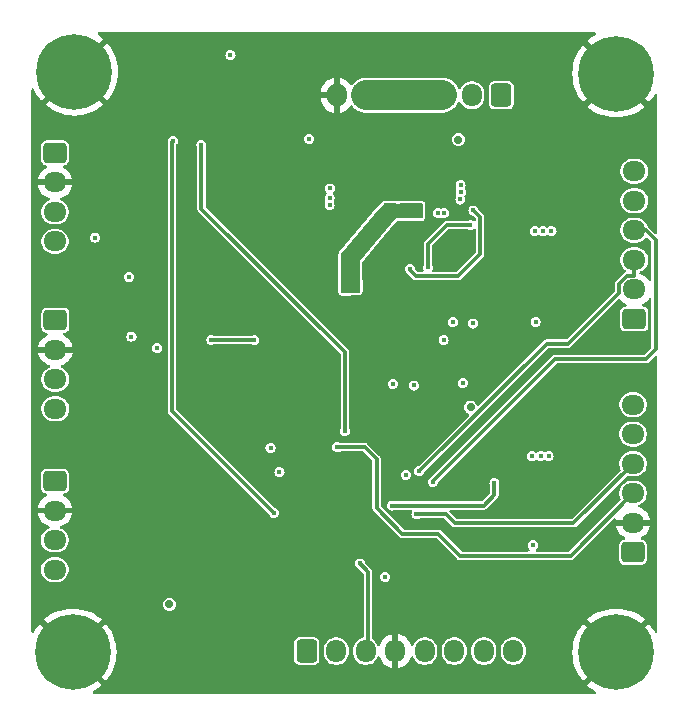
<source format=gbr>
%TF.GenerationSoftware,KiCad,Pcbnew,8.0.5*%
%TF.CreationDate,2024-10-22T21:03:55+02:00*%
%TF.ProjectId,ESE_AL8,4553455f-414c-4382-9e6b-696361645f70,rev?*%
%TF.SameCoordinates,Original*%
%TF.FileFunction,Copper,L4,Bot*%
%TF.FilePolarity,Positive*%
%FSLAX46Y46*%
G04 Gerber Fmt 4.6, Leading zero omitted, Abs format (unit mm)*
G04 Created by KiCad (PCBNEW 8.0.5) date 2024-10-22 21:03:55*
%MOMM*%
%LPD*%
G01*
G04 APERTURE LIST*
G04 Aperture macros list*
%AMRoundRect*
0 Rectangle with rounded corners*
0 $1 Rounding radius*
0 $2 $3 $4 $5 $6 $7 $8 $9 X,Y pos of 4 corners*
0 Add a 4 corners polygon primitive as box body*
4,1,4,$2,$3,$4,$5,$6,$7,$8,$9,$2,$3,0*
0 Add four circle primitives for the rounded corners*
1,1,$1+$1,$2,$3*
1,1,$1+$1,$4,$5*
1,1,$1+$1,$6,$7*
1,1,$1+$1,$8,$9*
0 Add four rect primitives between the rounded corners*
20,1,$1+$1,$2,$3,$4,$5,0*
20,1,$1+$1,$4,$5,$6,$7,0*
20,1,$1+$1,$6,$7,$8,$9,0*
20,1,$1+$1,$8,$9,$2,$3,0*%
G04 Aperture macros list end*
%TA.AperFunction,ComponentPad*%
%ADD10C,0.800000*%
%TD*%
%TA.AperFunction,ComponentPad*%
%ADD11C,6.400000*%
%TD*%
%TA.AperFunction,ComponentPad*%
%ADD12RoundRect,0.250000X0.725000X-0.600000X0.725000X0.600000X-0.725000X0.600000X-0.725000X-0.600000X0*%
%TD*%
%TA.AperFunction,ComponentPad*%
%ADD13O,1.950000X1.700000*%
%TD*%
%TA.AperFunction,ComponentPad*%
%ADD14RoundRect,0.250000X-0.725000X0.600000X-0.725000X-0.600000X0.725000X-0.600000X0.725000X0.600000X0*%
%TD*%
%TA.AperFunction,ComponentPad*%
%ADD15RoundRect,0.250000X0.600000X0.725000X-0.600000X0.725000X-0.600000X-0.725000X0.600000X-0.725000X0*%
%TD*%
%TA.AperFunction,ComponentPad*%
%ADD16O,1.700000X1.950000*%
%TD*%
%TA.AperFunction,ComponentPad*%
%ADD17RoundRect,0.250000X-0.600000X-0.725000X0.600000X-0.725000X0.600000X0.725000X-0.600000X0.725000X0*%
%TD*%
%TA.AperFunction,ComponentPad*%
%ADD18RoundRect,0.250000X0.600000X0.750000X-0.600000X0.750000X-0.600000X-0.750000X0.600000X-0.750000X0*%
%TD*%
%TA.AperFunction,ComponentPad*%
%ADD19O,1.700000X2.000000*%
%TD*%
%TA.AperFunction,ViaPad*%
%ADD20C,0.450000*%
%TD*%
%TA.AperFunction,ViaPad*%
%ADD21C,0.700000*%
%TD*%
%TA.AperFunction,Conductor*%
%ADD22C,0.300000*%
%TD*%
%TA.AperFunction,Conductor*%
%ADD23C,2.540000*%
%TD*%
G04 APERTURE END LIST*
D10*
%TO.P,H4,1,1*%
%TO.N,GND*%
X131600000Y-119000000D03*
X132302944Y-117302944D03*
X132302944Y-120697056D03*
X134000000Y-116600000D03*
D11*
X134000000Y-119000000D03*
D10*
X134000000Y-121400000D03*
X135697056Y-117302944D03*
X135697056Y-120697056D03*
X136400000Y-119000000D03*
%TD*%
%TO.P,H3,1,1*%
%TO.N,GND*%
X177600000Y-119000000D03*
X178302944Y-117302944D03*
X178302944Y-120697056D03*
X180000000Y-116600000D03*
D11*
X180000000Y-119000000D03*
D10*
X180000000Y-121400000D03*
X181697056Y-117302944D03*
X181697056Y-120697056D03*
X182400000Y-119000000D03*
%TD*%
D12*
%TO.P,J4,1,Pin_1*%
%TO.N,/Actionneur/MOTEUR1-*%
X181540000Y-90770000D03*
D13*
%TO.P,J4,2,Pin_2*%
%TO.N,GND*%
X181540000Y-88270000D03*
%TO.P,J4,3,Pin_3*%
%TO.N,/SENSORS/PHASE_A1*%
X181540000Y-85770000D03*
%TO.P,J4,4,Pin_4*%
%TO.N,/SENSORS/PHASE_B1*%
X181540000Y-83270000D03*
%TO.P,J4,5,Pin_5*%
%TO.N,+3.3V*%
X181540000Y-80770000D03*
%TO.P,J4,6,Pin_6*%
%TO.N,/Actionneur/MOTEUR1+*%
X181540000Y-78270000D03*
%TD*%
D14*
%TO.P,J1,1,Pin_1*%
%TO.N,+3.3V*%
X132530000Y-90880000D03*
D13*
%TO.P,J1,2,Pin_2*%
%TO.N,GND*%
X132530000Y-93380000D03*
%TO.P,J1,3,Pin_3*%
%TO.N,/SENSORS/CB_OUT1*%
X132530000Y-95880000D03*
%TO.P,J1,4,Pin_4*%
%TO.N,/SENSORS/CB_IN*%
X132530000Y-98380000D03*
%TD*%
D12*
%TO.P,J5,1,Pin_1*%
%TO.N,/Actionneur/MOTEUR2-*%
X181440000Y-110520000D03*
D13*
%TO.P,J5,2,Pin_2*%
%TO.N,GND*%
X181440000Y-108020000D03*
%TO.P,J5,3,Pin_3*%
%TO.N,/SENSORS/PHASE_A2*%
X181440000Y-105520000D03*
%TO.P,J5,4,Pin_4*%
%TO.N,/SENSORS/PHASE_B2*%
X181440000Y-103020000D03*
%TO.P,J5,5,Pin_5*%
%TO.N,+3.3V*%
X181440000Y-100520000D03*
%TO.P,J5,6,Pin_6*%
%TO.N,/Actionneur/MOTEUR2+*%
X181440000Y-98020000D03*
%TD*%
D15*
%TO.P,SW2,1,C*%
%TO.N,unconnected-(SW2-C-Pad1)*%
X170290000Y-71830000D03*
D16*
%TO.P,SW2,2,B*%
%TO.N,+BATT*%
X167790000Y-71830000D03*
%TO.P,SW2,3,A*%
%TO.N,+7.2V*%
X165290000Y-71830000D03*
%TD*%
D14*
%TO.P,J8,1,Pin_1*%
%TO.N,+3.3V*%
X132500000Y-76710000D03*
D13*
%TO.P,J8,2,Pin_2*%
%TO.N,GND*%
X132500000Y-79210000D03*
%TO.P,J8,3,Pin_3*%
%TO.N,/Actionneur/SCL*%
X132500000Y-81710000D03*
%TO.P,J8,4,Pin_4*%
%TO.N,/Actionneur/SDA*%
X132500000Y-84210000D03*
%TD*%
D14*
%TO.P,J2,1,Pin_1*%
%TO.N,+3.3V*%
X132490000Y-104490000D03*
D13*
%TO.P,J2,2,Pin_2*%
%TO.N,GND*%
X132490000Y-106990000D03*
%TO.P,J2,3,Pin_3*%
%TO.N,/SENSORS/CB_OUT2*%
X132490000Y-109490000D03*
%TO.P,J2,4,Pin_4*%
%TO.N,/SENSORS/CB_IN*%
X132490000Y-111990000D03*
%TD*%
D17*
%TO.P,J3,1,Pin_1*%
%TO.N,+5V*%
X153810000Y-118890000D03*
D16*
%TO.P,J3,2,Pin_2*%
%TO.N,/SENSORS/TX_LIDAR*%
X156310000Y-118890000D03*
%TO.P,J3,3,Pin_3*%
%TO.N,/SENSORS/RX_LIDAR*%
X158810000Y-118890000D03*
%TO.P,J3,4,Pin_4*%
%TO.N,GND*%
X161310000Y-118890000D03*
%TO.P,J3,5,Pin_5*%
%TO.N,/SENSORS/M_SCTR_LIDAR*%
X163810000Y-118890000D03*
%TO.P,J3,6,Pin_6*%
%TO.N,/SENSORS/DEV_EN_LIDAR*%
X166310000Y-118890000D03*
%TO.P,J3,7,Pin_7*%
%TO.N,/SENSORS/M_EN_LIDAR*%
X168810000Y-118890000D03*
%TO.P,J3,8,Pin_8*%
%TO.N,unconnected-(J3-Pin_8-Pad8)*%
X171310000Y-118890000D03*
%TD*%
D10*
%TO.P,H2,1,1*%
%TO.N,GND*%
X177600000Y-70000000D03*
X178302944Y-68302944D03*
X178302944Y-71697056D03*
X180000000Y-67600000D03*
D11*
X180000000Y-70000000D03*
D10*
X180000000Y-72400000D03*
X181697056Y-68302944D03*
X181697056Y-71697056D03*
X182400000Y-70000000D03*
%TD*%
D18*
%TO.P,J6,1,Pin_1*%
%TO.N,+7.2V*%
X158860000Y-71840000D03*
D19*
%TO.P,J6,2,Pin_2*%
%TO.N,GND*%
X156360000Y-71840000D03*
%TD*%
D10*
%TO.P,H1,1,1*%
%TO.N,GND*%
X131740000Y-69840000D03*
X132442944Y-68142944D03*
X132442944Y-71537056D03*
X134140000Y-67440000D03*
D11*
X134140000Y-69840000D03*
D10*
X134140000Y-72240000D03*
X135837056Y-68142944D03*
X135837056Y-71537056D03*
X136540000Y-69840000D03*
%TD*%
D20*
%TO.N,GND*%
X173480000Y-105320000D03*
X134520000Y-83330000D03*
X149400000Y-121050000D03*
X172620000Y-98475000D03*
X175300000Y-87300000D03*
X155000000Y-106500000D03*
X144640000Y-108580000D03*
X145350000Y-103800000D03*
X135600000Y-86700000D03*
X172200000Y-106220000D03*
X146050000Y-68500000D03*
X155000000Y-107900000D03*
X159800000Y-79750000D03*
X173900000Y-88300000D03*
X167610000Y-85270000D03*
X156370000Y-106540000D03*
X175300000Y-88200000D03*
X156400000Y-105100000D03*
X138370000Y-103150000D03*
X163390000Y-104640000D03*
X173540000Y-107310000D03*
X172390000Y-86310000D03*
X157800000Y-105100000D03*
X138950000Y-91400000D03*
X153900000Y-100800000D03*
X162100000Y-87350000D03*
X154300000Y-114250000D03*
X159800000Y-81000000D03*
X160150000Y-114600000D03*
X161670000Y-82950000D03*
X157300000Y-115190000D03*
X170280000Y-106940000D03*
X160780000Y-111800000D03*
X144630000Y-107340000D03*
X160000000Y-94000000D03*
X172400000Y-88300000D03*
X138450000Y-118250000D03*
X177300000Y-85800000D03*
X144624964Y-106759367D03*
X175050000Y-105330000D03*
X177150000Y-104950000D03*
X177150000Y-108540000D03*
X161550000Y-80600000D03*
X148000000Y-114800000D03*
X144650000Y-106150000D03*
X150650000Y-99900000D03*
X175250000Y-111700000D03*
X139250000Y-90600000D03*
X144660000Y-107960000D03*
X140840000Y-110940000D03*
X142250000Y-68450000D03*
X137800000Y-87050000D03*
X163160000Y-110670000D03*
X174120000Y-98580000D03*
X150200000Y-108900000D03*
X140550000Y-81660000D03*
X138310000Y-101550000D03*
X150700000Y-96900000D03*
X175270000Y-86320000D03*
X161410000Y-102290000D03*
X141080000Y-95340000D03*
X145150000Y-85520000D03*
X138310000Y-99780000D03*
X168100000Y-94100000D03*
X172700000Y-79500000D03*
X176500000Y-108850000D03*
X173730000Y-86360000D03*
X156300000Y-107900000D03*
X139300000Y-89000000D03*
X144450000Y-109300000D03*
X141500000Y-121050000D03*
X176700000Y-89800000D03*
X164700000Y-109500000D03*
X150000000Y-103000000D03*
X175030000Y-106370000D03*
X176570000Y-106300000D03*
X159420000Y-75480000D03*
X144800000Y-68500000D03*
X177630000Y-108200000D03*
X172400000Y-87300000D03*
X166100000Y-78790000D03*
X157800000Y-107900000D03*
X172250000Y-105310000D03*
X160100000Y-113550000D03*
X174300000Y-79350000D03*
X143150000Y-89000000D03*
X175040000Y-107300000D03*
X157800000Y-106500000D03*
X172210000Y-107310000D03*
X164600000Y-108000000D03*
X155000000Y-105100000D03*
X137010000Y-84930000D03*
X174500000Y-93400000D03*
%TO.N,+3.3V*%
X147350000Y-68450000D03*
X160460000Y-112590000D03*
D21*
X142180000Y-114930000D03*
D20*
X135870000Y-83880000D03*
X138970000Y-92260000D03*
X138760000Y-87210000D03*
X154020000Y-75510000D03*
X150750000Y-101700000D03*
X151500000Y-103750000D03*
X162900000Y-96400000D03*
X141150000Y-93250000D03*
X162200000Y-103970000D03*
X161100000Y-96250000D03*
%TO.N,NRST*%
X151020000Y-107180000D03*
X142470000Y-75700000D03*
%TO.N,SWO*%
X157035000Y-100255000D03*
X144890000Y-76030000D03*
%TO.N,/SENSORS/PHASE_A1*%
X163340000Y-103660000D03*
%TO.N,/SENSORS/PHASE_B1*%
X164480000Y-104560000D03*
%TO.N,/SENSORS/PHASE_B2*%
X163100000Y-107310000D03*
%TO.N,/SENSORS/PHASE_A2*%
X156400000Y-101640000D03*
%TO.N,/SENSORS/INT1_ACCELERO*%
X149370000Y-92550000D03*
X145740000Y-92540000D03*
%TO.N,/Actionneur/FWD2*%
X169700000Y-104670000D03*
X161045023Y-106565023D03*
%TO.N,/SENSORS/RX_LIDAR*%
X158300000Y-111470000D03*
%TO.N,+BATT*%
X164940000Y-81800000D03*
X166840000Y-79450000D03*
X173190000Y-91030000D03*
X172890000Y-102390000D03*
X174530000Y-83340000D03*
X174290000Y-102380000D03*
D21*
X166650000Y-75590000D03*
D20*
X173610000Y-102390000D03*
X173110000Y-83350000D03*
X172950000Y-109930000D03*
X173810000Y-83340000D03*
X166820000Y-80650000D03*
X165410000Y-81800000D03*
X166847148Y-80025587D03*
%TO.N,/Alimentation/vcc*%
X167670000Y-82800000D03*
X164064199Y-86383239D03*
%TO.N,/Alimentation/sw*%
X163250000Y-81820000D03*
X157390000Y-88210000D03*
X162620000Y-81820000D03*
X157390000Y-87600000D03*
X162070000Y-81810000D03*
X157390000Y-86920000D03*
%TO.N,+5V*%
X166170000Y-91030000D03*
X155750000Y-80530000D03*
X167020000Y-96170000D03*
D21*
X167680000Y-98240000D03*
D20*
X167880000Y-91150000D03*
X155750000Y-81130000D03*
X165400000Y-92560000D03*
X155760000Y-79720000D03*
%TO.N,/Alimentation/en{slash}sync*%
X162550000Y-86520000D03*
X167920000Y-81580000D03*
%TD*%
D22*
%TO.N,SWO*%
X144890000Y-81420000D02*
X157040000Y-93570000D01*
X157040000Y-93570000D02*
X157040000Y-100250000D01*
X144890000Y-76030000D02*
X144890000Y-81420000D01*
X157040000Y-100250000D02*
X157035000Y-100255000D01*
%TO.N,NRST*%
X142410000Y-98570000D02*
X151020000Y-107180000D01*
X142410000Y-75760000D02*
X142410000Y-98570000D01*
X142470000Y-75700000D02*
X142410000Y-75760000D01*
%TO.N,/SENSORS/PHASE_A1*%
X180265000Y-88545000D02*
X180265000Y-87793654D01*
X180265000Y-87793654D02*
X180938654Y-87120000D01*
X174150000Y-92850000D02*
X175960000Y-92850000D01*
X180938654Y-87120000D02*
X181540000Y-87120000D01*
X163340000Y-103660000D02*
X174150000Y-92850000D01*
X175960000Y-92850000D02*
X180265000Y-88545000D01*
X181540000Y-87120000D02*
X181540000Y-85770000D01*
%TO.N,/SENSORS/PHASE_B1*%
X164480000Y-104530000D02*
X164480000Y-104560000D01*
X183350000Y-93350000D02*
X182510000Y-94190000D01*
X181540000Y-83270000D02*
X182500000Y-83270000D01*
X183350000Y-84120000D02*
X183350000Y-93350000D01*
X174820000Y-94190000D02*
X164480000Y-104530000D01*
X182510000Y-94190000D02*
X174820000Y-94190000D01*
X182500000Y-83270000D02*
X183350000Y-84120000D01*
%TO.N,/SENSORS/PHASE_B2*%
X166360000Y-108070000D02*
X176390000Y-108070000D01*
X176390000Y-108070000D02*
X181440000Y-103020000D01*
X165600000Y-107310000D02*
X166360000Y-108070000D01*
X163100000Y-107310000D02*
X165600000Y-107310000D01*
%TO.N,/SENSORS/PHASE_A2*%
X159725000Y-106775000D02*
X159725000Y-102625000D01*
X158740000Y-101640000D02*
X156400000Y-101640000D01*
X164927818Y-108950000D02*
X161900000Y-108950000D01*
X166787818Y-110810000D02*
X164927818Y-108950000D01*
X159725000Y-102625000D02*
X158740000Y-101640000D01*
X161900000Y-108950000D02*
X159725000Y-106775000D01*
X181440000Y-105520000D02*
X176150000Y-110810000D01*
X176150000Y-110810000D02*
X166787818Y-110810000D01*
%TO.N,/SENSORS/INT1_ACCELERO*%
X149370000Y-92550000D02*
X145750000Y-92550000D01*
X145750000Y-92550000D02*
X145740000Y-92540000D01*
%TO.N,/Actionneur/FWD2*%
X169700000Y-104670000D02*
X169700000Y-105660000D01*
X169700000Y-105660000D02*
X168794977Y-106565023D01*
X168794977Y-106565023D02*
X161045023Y-106565023D01*
%TO.N,/SENSORS/RX_LIDAR*%
X159000000Y-118700000D02*
X159000000Y-112170000D01*
X158300000Y-111470000D02*
X158320000Y-111490000D01*
X158810000Y-118890000D02*
X158810000Y-119350000D01*
X159000000Y-112170000D02*
X158300000Y-111470000D01*
X158810000Y-118890000D02*
X159000000Y-118700000D01*
%TO.N,/Alimentation/vcc*%
X165660000Y-82800000D02*
X167670000Y-82800000D01*
X164064199Y-84395801D02*
X165660000Y-82800000D01*
X164064199Y-86383239D02*
X164064199Y-84395801D01*
%TO.N,/Alimentation/en{slash}sync*%
X168490000Y-82150000D02*
X167920000Y-81580000D01*
X168490000Y-85290000D02*
X168490000Y-82150000D01*
X166650000Y-87130000D02*
X168490000Y-85290000D01*
X162550000Y-86520000D02*
X162550000Y-86630000D01*
X163050000Y-87130000D02*
X166650000Y-87130000D01*
X162550000Y-86630000D02*
X163050000Y-87130000D01*
D23*
%TO.N,+7.2V*%
X158870000Y-71830000D02*
X158860000Y-71840000D01*
X165290000Y-71830000D02*
X158870000Y-71830000D01*
%TD*%
%TA.AperFunction,Conductor*%
%TO.N,GND*%
G36*
X168058834Y-83115429D02*
G01*
X168114767Y-83157301D01*
X168139184Y-83222765D01*
X168139500Y-83231611D01*
X168139500Y-85093456D01*
X168119815Y-85160495D01*
X168103181Y-85181137D01*
X166541137Y-86743181D01*
X166479814Y-86776666D01*
X166453456Y-86779500D01*
X164542193Y-86779500D01*
X164475154Y-86759815D01*
X164429399Y-86707011D01*
X164419455Y-86637853D01*
X164431706Y-86599209D01*
X164473918Y-86516365D01*
X164473919Y-86516360D01*
X164495003Y-86383241D01*
X164495003Y-86383236D01*
X164473919Y-86250115D01*
X164428214Y-86160413D01*
X164414699Y-86104119D01*
X164414699Y-84592344D01*
X164434384Y-84525305D01*
X164451018Y-84504663D01*
X165768862Y-83186819D01*
X165830185Y-83153334D01*
X165856543Y-83150500D01*
X167390880Y-83150500D01*
X167447174Y-83164015D01*
X167536876Y-83209720D01*
X167669998Y-83230804D01*
X167670000Y-83230804D01*
X167670002Y-83230804D01*
X167803121Y-83209720D01*
X167803121Y-83209719D01*
X167803126Y-83209719D01*
X167923220Y-83148528D01*
X167923225Y-83148523D01*
X167927819Y-83143930D01*
X167989142Y-83110445D01*
X168058834Y-83115429D01*
G37*
%TD.AperFunction*%
%TA.AperFunction,Conductor*%
G36*
X178268745Y-66520185D02*
G01*
X178314500Y-66572989D01*
X178324444Y-66642147D01*
X178295419Y-66705703D01*
X178258001Y-66734985D01*
X178147456Y-66791310D01*
X177822206Y-67002531D01*
X177564648Y-67211095D01*
X177564648Y-67211096D01*
X179059301Y-68705748D01*
X178957670Y-68779588D01*
X178779588Y-68957670D01*
X178705748Y-69059300D01*
X177211096Y-67564648D01*
X177211095Y-67564648D01*
X177002531Y-67822206D01*
X176791310Y-68147456D01*
X176615244Y-68493005D01*
X176476262Y-68855063D01*
X176375887Y-69229669D01*
X176375886Y-69229676D01*
X176315219Y-69612712D01*
X176294922Y-69999999D01*
X176294922Y-70000000D01*
X176315219Y-70387287D01*
X176375886Y-70770323D01*
X176375887Y-70770330D01*
X176476262Y-71144936D01*
X176615244Y-71506994D01*
X176791310Y-71852543D01*
X177002531Y-72177793D01*
X177211095Y-72435350D01*
X177211096Y-72435350D01*
X178705748Y-70940698D01*
X178779588Y-71042330D01*
X178957670Y-71220412D01*
X179059300Y-71294251D01*
X177564648Y-72788903D01*
X177564649Y-72788904D01*
X177822206Y-72997468D01*
X178147456Y-73208689D01*
X178493005Y-73384755D01*
X178855063Y-73523737D01*
X179229669Y-73624112D01*
X179229676Y-73624113D01*
X179612712Y-73684780D01*
X179999999Y-73705078D01*
X180000001Y-73705078D01*
X180387287Y-73684780D01*
X180770323Y-73624113D01*
X180770330Y-73624112D01*
X181144936Y-73523737D01*
X181506994Y-73384755D01*
X181852543Y-73208689D01*
X182177783Y-72997476D01*
X182177785Y-72997475D01*
X182435349Y-72788902D01*
X180940698Y-71294251D01*
X181042330Y-71220412D01*
X181220412Y-71042330D01*
X181294251Y-70940698D01*
X182788902Y-72435349D01*
X182997475Y-72177785D01*
X182997476Y-72177783D01*
X183208691Y-71852541D01*
X183208692Y-71852538D01*
X183265015Y-71741999D01*
X183312989Y-71691202D01*
X183380810Y-71674407D01*
X183446945Y-71696944D01*
X183490397Y-71751659D01*
X183499500Y-71798293D01*
X183499500Y-83474456D01*
X183479815Y-83541495D01*
X183427011Y-83587250D01*
X183357853Y-83597194D01*
X183294297Y-83568169D01*
X183287819Y-83562137D01*
X182715213Y-82989531D01*
X182715208Y-82989527D01*
X182713110Y-82988316D01*
X182711693Y-82986830D01*
X182708761Y-82984580D01*
X182709111Y-82984122D01*
X182664896Y-82937749D01*
X182660551Y-82928383D01*
X182595942Y-82772403D01*
X182480975Y-82600342D01*
X182334657Y-82454024D01*
X182239255Y-82390279D01*
X182162598Y-82339059D01*
X182147376Y-82332754D01*
X181971420Y-82259870D01*
X181971412Y-82259868D01*
X181768469Y-82219500D01*
X181768465Y-82219500D01*
X181311535Y-82219500D01*
X181311530Y-82219500D01*
X181108587Y-82259868D01*
X181108579Y-82259870D01*
X180917403Y-82339058D01*
X180745342Y-82454024D01*
X180599024Y-82600342D01*
X180484058Y-82772403D01*
X180404870Y-82963579D01*
X180404868Y-82963587D01*
X180364500Y-83166530D01*
X180364500Y-83373469D01*
X180404868Y-83576412D01*
X180404870Y-83576420D01*
X180484058Y-83767596D01*
X180599024Y-83939657D01*
X180745342Y-84085975D01*
X180745345Y-84085977D01*
X180917402Y-84200941D01*
X181108580Y-84280130D01*
X181276188Y-84313469D01*
X181311530Y-84320499D01*
X181311534Y-84320500D01*
X181311535Y-84320500D01*
X181768466Y-84320500D01*
X181768467Y-84320499D01*
X181971420Y-84280130D01*
X182162598Y-84200941D01*
X182334655Y-84085977D01*
X182480977Y-83939655D01*
X182480978Y-83939652D01*
X182481172Y-83939418D01*
X182481306Y-83939326D01*
X182485285Y-83935348D01*
X182486039Y-83936102D01*
X182538914Y-83900079D01*
X182608759Y-83898203D01*
X182664712Y-83930394D01*
X182963181Y-84228863D01*
X182996666Y-84290186D01*
X182999500Y-84316544D01*
X182999500Y-87428391D01*
X182979815Y-87495430D01*
X182927011Y-87541185D01*
X182857853Y-87551129D01*
X182794297Y-87522104D01*
X182775182Y-87501276D01*
X182694727Y-87390540D01*
X182694723Y-87390535D01*
X182544464Y-87240276D01*
X182544459Y-87240272D01*
X182372557Y-87115379D01*
X182183216Y-87018904D01*
X182061144Y-86979240D01*
X182003468Y-86939802D01*
X181976270Y-86875444D01*
X181988185Y-86806597D01*
X182035429Y-86755122D01*
X182052006Y-86746749D01*
X182162598Y-86700941D01*
X182334655Y-86585977D01*
X182480977Y-86439655D01*
X182595941Y-86267598D01*
X182675130Y-86076420D01*
X182715500Y-85873465D01*
X182715500Y-85666535D01*
X182675130Y-85463580D01*
X182595941Y-85272402D01*
X182480977Y-85100345D01*
X182480975Y-85100342D01*
X182334657Y-84954024D01*
X182248626Y-84896541D01*
X182162598Y-84839059D01*
X181971420Y-84759870D01*
X181971412Y-84759868D01*
X181768469Y-84719500D01*
X181768465Y-84719500D01*
X181311535Y-84719500D01*
X181311530Y-84719500D01*
X181108587Y-84759868D01*
X181108579Y-84759870D01*
X180917403Y-84839058D01*
X180745342Y-84954024D01*
X180599024Y-85100342D01*
X180484058Y-85272403D01*
X180404870Y-85463579D01*
X180404868Y-85463587D01*
X180364500Y-85666530D01*
X180364500Y-85873469D01*
X180404868Y-86076412D01*
X180404870Y-86076420D01*
X180484058Y-86267596D01*
X180599024Y-86439657D01*
X180745341Y-86585974D01*
X180745346Y-86585978D01*
X180772959Y-86604428D01*
X180817765Y-86658039D01*
X180826474Y-86727364D01*
X180796320Y-86790392D01*
X180766071Y-86814918D01*
X180723442Y-86839529D01*
X179984531Y-87578440D01*
X179984527Y-87578445D01*
X179938387Y-87658363D01*
X179938386Y-87658366D01*
X179914500Y-87747510D01*
X179914500Y-88348456D01*
X179894815Y-88415495D01*
X179878181Y-88436137D01*
X175851137Y-92463181D01*
X175789814Y-92496666D01*
X175763456Y-92499500D01*
X174103856Y-92499500D01*
X174014712Y-92523386D01*
X174014709Y-92523387D01*
X173934791Y-92569527D01*
X173934786Y-92569531D01*
X168403700Y-98100616D01*
X168342377Y-98134101D01*
X168272685Y-98129117D01*
X168216752Y-98087245D01*
X168201461Y-98060395D01*
X168160861Y-97962375D01*
X168072621Y-97847379D01*
X167957625Y-97759139D01*
X167957624Y-97759138D01*
X167957622Y-97759137D01*
X167823712Y-97703671D01*
X167823710Y-97703670D01*
X167823709Y-97703670D01*
X167751854Y-97694210D01*
X167680001Y-97684750D01*
X167679999Y-97684750D01*
X167536291Y-97703670D01*
X167536287Y-97703671D01*
X167402377Y-97759137D01*
X167287379Y-97847379D01*
X167199137Y-97962377D01*
X167143671Y-98096287D01*
X167143670Y-98096291D01*
X167124750Y-98239999D01*
X167124750Y-98240000D01*
X167143670Y-98383708D01*
X167143671Y-98383712D01*
X167199137Y-98517622D01*
X167199138Y-98517624D01*
X167199139Y-98517625D01*
X167287379Y-98632621D01*
X167402375Y-98720861D01*
X167500390Y-98761459D01*
X167554790Y-98805298D01*
X167576856Y-98871592D01*
X167559577Y-98939291D01*
X167540616Y-98963700D01*
X163291401Y-103212915D01*
X163230078Y-103246400D01*
X163223120Y-103247707D01*
X163206876Y-103250280D01*
X163206874Y-103250280D01*
X163206874Y-103250281D01*
X163086780Y-103311472D01*
X163086779Y-103311473D01*
X163086774Y-103311476D01*
X162991476Y-103406774D01*
X162991473Y-103406778D01*
X162930279Y-103526878D01*
X162909196Y-103659997D01*
X162909196Y-103660002D01*
X162930279Y-103793121D01*
X162930280Y-103793124D01*
X162930281Y-103793126D01*
X162991472Y-103913220D01*
X162991473Y-103913221D01*
X162991476Y-103913225D01*
X163086774Y-104008523D01*
X163086778Y-104008526D01*
X163086780Y-104008528D01*
X163206874Y-104069719D01*
X163206876Y-104069719D01*
X163206878Y-104069720D01*
X163339998Y-104090804D01*
X163340000Y-104090804D01*
X163340002Y-104090804D01*
X163473121Y-104069720D01*
X163473121Y-104069719D01*
X163473126Y-104069719D01*
X163593220Y-104008528D01*
X163688528Y-103913220D01*
X163749719Y-103793126D01*
X163752291Y-103776881D01*
X163782219Y-103713747D01*
X163787066Y-103708614D01*
X174258863Y-93236819D01*
X174320186Y-93203334D01*
X174346544Y-93200500D01*
X176006142Y-93200500D01*
X176006144Y-93200500D01*
X176095288Y-93176614D01*
X176175212Y-93130470D01*
X180186228Y-89119452D01*
X180247547Y-89085970D01*
X180317239Y-89090954D01*
X180373172Y-89132826D01*
X180374222Y-89134248D01*
X180385281Y-89149469D01*
X180535535Y-89299723D01*
X180535540Y-89299727D01*
X180707442Y-89424620D01*
X180825971Y-89485015D01*
X180876767Y-89532990D01*
X180893562Y-89600811D01*
X180871024Y-89666946D01*
X180816309Y-89710397D01*
X180769676Y-89719500D01*
X180760730Y-89719500D01*
X180730300Y-89722353D01*
X180730298Y-89722353D01*
X180602119Y-89767206D01*
X180602117Y-89767207D01*
X180492850Y-89847850D01*
X180412207Y-89957117D01*
X180412206Y-89957119D01*
X180367353Y-90085298D01*
X180367353Y-90085300D01*
X180364500Y-90115730D01*
X180364500Y-91424269D01*
X180367353Y-91454699D01*
X180367353Y-91454701D01*
X180405845Y-91564701D01*
X180412207Y-91582882D01*
X180492850Y-91692150D01*
X180602118Y-91772793D01*
X180644845Y-91787744D01*
X180730299Y-91817646D01*
X180760730Y-91820500D01*
X180760734Y-91820500D01*
X182319270Y-91820500D01*
X182349699Y-91817646D01*
X182349701Y-91817646D01*
X182413790Y-91795219D01*
X182477882Y-91772793D01*
X182587150Y-91692150D01*
X182667793Y-91582882D01*
X182697310Y-91498528D01*
X182712646Y-91454701D01*
X182712646Y-91454699D01*
X182715500Y-91424269D01*
X182715500Y-90115730D01*
X182712646Y-90085300D01*
X182712646Y-90085298D01*
X182667793Y-89957119D01*
X182667792Y-89957117D01*
X182608816Y-89877207D01*
X182587150Y-89847850D01*
X182477882Y-89767207D01*
X182477880Y-89767206D01*
X182349700Y-89722353D01*
X182319270Y-89719500D01*
X182319266Y-89719500D01*
X182310324Y-89719500D01*
X182243285Y-89699815D01*
X182197530Y-89647011D01*
X182187586Y-89577853D01*
X182216611Y-89514297D01*
X182254029Y-89485015D01*
X182372557Y-89424620D01*
X182544459Y-89299727D01*
X182544464Y-89299723D01*
X182694723Y-89149464D01*
X182694727Y-89149459D01*
X182775182Y-89038723D01*
X182830511Y-88996057D01*
X182900125Y-88990078D01*
X182961920Y-89022683D01*
X182996277Y-89083522D01*
X182999500Y-89111608D01*
X182999500Y-93153456D01*
X182979815Y-93220495D01*
X182963181Y-93241137D01*
X182401137Y-93803181D01*
X182339814Y-93836666D01*
X182313456Y-93839500D01*
X174773856Y-93839500D01*
X174684712Y-93863386D01*
X174684711Y-93863386D01*
X174684709Y-93863387D01*
X174684706Y-93863388D01*
X174604794Y-93909526D01*
X174604785Y-93909533D01*
X164393346Y-104120970D01*
X164354897Y-104144533D01*
X164355569Y-104145851D01*
X164346874Y-104150280D01*
X164346874Y-104150281D01*
X164226780Y-104211472D01*
X164226779Y-104211473D01*
X164226774Y-104211476D01*
X164131476Y-104306774D01*
X164131473Y-104306778D01*
X164070279Y-104426878D01*
X164049196Y-104559997D01*
X164049196Y-104560002D01*
X164070279Y-104693121D01*
X164070280Y-104693124D01*
X164070281Y-104693126D01*
X164126329Y-104803126D01*
X164131473Y-104813221D01*
X164131476Y-104813225D01*
X164226774Y-104908523D01*
X164226778Y-104908526D01*
X164226780Y-104908528D01*
X164346874Y-104969719D01*
X164346876Y-104969719D01*
X164346878Y-104969720D01*
X164479998Y-104990804D01*
X164480000Y-104990804D01*
X164480002Y-104990804D01*
X164613121Y-104969720D01*
X164613121Y-104969719D01*
X164613126Y-104969719D01*
X164733220Y-104908528D01*
X164828528Y-104813220D01*
X164889719Y-104693126D01*
X164897937Y-104641233D01*
X164927864Y-104578101D01*
X164932711Y-104572969D01*
X167115683Y-102389997D01*
X172459196Y-102389997D01*
X172459196Y-102390002D01*
X172480279Y-102523121D01*
X172480280Y-102523124D01*
X172480281Y-102523126D01*
X172541472Y-102643220D01*
X172541473Y-102643221D01*
X172541476Y-102643225D01*
X172636774Y-102738523D01*
X172636778Y-102738526D01*
X172636780Y-102738528D01*
X172756874Y-102799719D01*
X172756876Y-102799719D01*
X172756878Y-102799720D01*
X172889998Y-102820804D01*
X172890000Y-102820804D01*
X172890002Y-102820804D01*
X173023121Y-102799720D01*
X173023121Y-102799719D01*
X173023126Y-102799719D01*
X173143220Y-102738528D01*
X173162319Y-102719428D01*
X173223640Y-102685944D01*
X173293331Y-102690927D01*
X173337680Y-102719428D01*
X173356780Y-102738528D01*
X173476874Y-102799719D01*
X173476876Y-102799719D01*
X173476878Y-102799720D01*
X173609998Y-102820804D01*
X173610000Y-102820804D01*
X173610002Y-102820804D01*
X173743121Y-102799720D01*
X173743121Y-102799719D01*
X173743126Y-102799719D01*
X173863220Y-102738528D01*
X173867312Y-102734435D01*
X173928630Y-102700946D01*
X173998322Y-102705924D01*
X174027507Y-102724679D01*
X174028881Y-102722789D01*
X174036778Y-102728526D01*
X174036780Y-102728528D01*
X174156874Y-102789719D01*
X174156876Y-102789719D01*
X174156878Y-102789720D01*
X174289998Y-102810804D01*
X174290000Y-102810804D01*
X174290002Y-102810804D01*
X174423121Y-102789720D01*
X174423121Y-102789719D01*
X174423126Y-102789719D01*
X174543220Y-102728528D01*
X174638528Y-102633220D01*
X174699719Y-102513126D01*
X174699720Y-102513121D01*
X174720804Y-102380002D01*
X174720804Y-102379997D01*
X174699720Y-102246878D01*
X174699719Y-102246876D01*
X174699719Y-102246874D01*
X174638528Y-102126780D01*
X174638526Y-102126778D01*
X174638523Y-102126774D01*
X174543225Y-102031476D01*
X174543221Y-102031473D01*
X174543220Y-102031472D01*
X174423126Y-101970281D01*
X174423124Y-101970280D01*
X174423121Y-101970279D01*
X174290002Y-101949196D01*
X174289998Y-101949196D01*
X174156878Y-101970279D01*
X174036778Y-102031473D01*
X174036774Y-102031476D01*
X174032681Y-102035570D01*
X173971358Y-102069055D01*
X173901666Y-102064071D01*
X173872491Y-102045321D01*
X173871119Y-102047211D01*
X173863221Y-102041473D01*
X173863220Y-102041472D01*
X173743126Y-101980281D01*
X173743124Y-101980280D01*
X173743121Y-101980279D01*
X173610002Y-101959196D01*
X173609998Y-101959196D01*
X173476878Y-101980279D01*
X173356778Y-102041473D01*
X173356774Y-102041476D01*
X173337681Y-102060570D01*
X173276358Y-102094055D01*
X173206666Y-102089071D01*
X173162319Y-102060570D01*
X173143225Y-102041476D01*
X173143221Y-102041473D01*
X173143220Y-102041472D01*
X173023126Y-101980281D01*
X173023124Y-101980280D01*
X173023121Y-101980279D01*
X172890002Y-101959196D01*
X172889998Y-101959196D01*
X172756878Y-101980279D01*
X172636778Y-102041473D01*
X172636774Y-102041476D01*
X172541476Y-102136774D01*
X172541473Y-102136778D01*
X172480279Y-102256878D01*
X172459196Y-102389997D01*
X167115683Y-102389997D01*
X169089150Y-100416530D01*
X180264500Y-100416530D01*
X180264500Y-100623469D01*
X180304868Y-100826412D01*
X180304870Y-100826420D01*
X180384058Y-101017596D01*
X180499024Y-101189657D01*
X180645342Y-101335975D01*
X180645345Y-101335977D01*
X180817402Y-101450941D01*
X181008580Y-101530130D01*
X181193306Y-101566874D01*
X181211530Y-101570499D01*
X181211534Y-101570500D01*
X181211535Y-101570500D01*
X181668466Y-101570500D01*
X181668467Y-101570499D01*
X181871420Y-101530130D01*
X182062598Y-101450941D01*
X182234655Y-101335977D01*
X182380977Y-101189655D01*
X182495941Y-101017598D01*
X182575130Y-100826420D01*
X182615500Y-100623465D01*
X182615500Y-100416535D01*
X182575130Y-100213580D01*
X182495941Y-100022402D01*
X182380977Y-99850345D01*
X182380975Y-99850342D01*
X182234657Y-99704024D01*
X182148626Y-99646541D01*
X182062598Y-99589059D01*
X181871420Y-99509870D01*
X181871412Y-99509868D01*
X181668469Y-99469500D01*
X181668465Y-99469500D01*
X181211535Y-99469500D01*
X181211530Y-99469500D01*
X181008587Y-99509868D01*
X181008579Y-99509870D01*
X180817403Y-99589058D01*
X180645342Y-99704024D01*
X180499024Y-99850342D01*
X180384058Y-100022403D01*
X180304870Y-100213579D01*
X180304868Y-100213587D01*
X180264500Y-100416530D01*
X169089150Y-100416530D01*
X171589151Y-97916530D01*
X180264500Y-97916530D01*
X180264500Y-98123469D01*
X180304868Y-98326412D01*
X180304870Y-98326420D01*
X180384058Y-98517596D01*
X180499024Y-98689657D01*
X180645342Y-98835975D01*
X180645345Y-98835977D01*
X180817402Y-98950941D01*
X181008580Y-99030130D01*
X181211530Y-99070499D01*
X181211534Y-99070500D01*
X181211535Y-99070500D01*
X181668466Y-99070500D01*
X181668467Y-99070499D01*
X181871420Y-99030130D01*
X182062598Y-98950941D01*
X182234655Y-98835977D01*
X182294302Y-98776330D01*
X182380976Y-98689657D01*
X182404093Y-98655058D01*
X182495941Y-98517598D01*
X182575130Y-98326420D01*
X182615500Y-98123465D01*
X182615500Y-97916535D01*
X182575130Y-97713580D01*
X182495941Y-97522402D01*
X182380977Y-97350345D01*
X182380975Y-97350342D01*
X182234657Y-97204024D01*
X182148626Y-97146541D01*
X182062598Y-97089059D01*
X181871420Y-97009870D01*
X181871412Y-97009868D01*
X181668469Y-96969500D01*
X181668465Y-96969500D01*
X181211535Y-96969500D01*
X181211530Y-96969500D01*
X181008587Y-97009868D01*
X181008579Y-97009870D01*
X180817403Y-97089058D01*
X180645342Y-97204024D01*
X180499024Y-97350342D01*
X180384058Y-97522403D01*
X180304870Y-97713579D01*
X180304868Y-97713587D01*
X180264500Y-97916530D01*
X171589151Y-97916530D01*
X174928862Y-94576819D01*
X174990185Y-94543334D01*
X175016543Y-94540500D01*
X182556142Y-94540500D01*
X182556144Y-94540500D01*
X182645288Y-94516614D01*
X182725212Y-94470470D01*
X183287819Y-93907861D01*
X183349142Y-93874377D01*
X183418833Y-93879361D01*
X183474767Y-93921232D01*
X183499184Y-93986697D01*
X183499500Y-93995543D01*
X183499500Y-117201706D01*
X183479815Y-117268745D01*
X183427011Y-117314500D01*
X183357853Y-117324444D01*
X183294297Y-117295419D01*
X183265015Y-117258001D01*
X183208689Y-117147456D01*
X182997468Y-116822206D01*
X182788904Y-116564649D01*
X182788903Y-116564648D01*
X181294251Y-118059300D01*
X181220412Y-117957670D01*
X181042330Y-117779588D01*
X180940698Y-117705748D01*
X182435350Y-116211096D01*
X182435350Y-116211095D01*
X182177793Y-116002531D01*
X181852543Y-115791310D01*
X181506994Y-115615244D01*
X181144936Y-115476262D01*
X180770330Y-115375887D01*
X180770323Y-115375886D01*
X180387287Y-115315219D01*
X180000001Y-115294922D01*
X179999999Y-115294922D01*
X179612712Y-115315219D01*
X179229676Y-115375886D01*
X179229669Y-115375887D01*
X178855063Y-115476262D01*
X178493005Y-115615244D01*
X178147456Y-115791310D01*
X177822206Y-116002531D01*
X177564648Y-116211095D01*
X177564648Y-116211096D01*
X179059301Y-117705748D01*
X178957670Y-117779588D01*
X178779588Y-117957670D01*
X178705748Y-118059300D01*
X177211096Y-116564648D01*
X177211095Y-116564648D01*
X177002531Y-116822206D01*
X176791310Y-117147456D01*
X176615244Y-117493005D01*
X176476262Y-117855063D01*
X176375887Y-118229669D01*
X176375886Y-118229676D01*
X176315219Y-118612712D01*
X176294922Y-118999999D01*
X176294922Y-119000000D01*
X176315219Y-119387287D01*
X176375886Y-119770323D01*
X176375887Y-119770330D01*
X176476262Y-120144936D01*
X176615244Y-120506994D01*
X176791310Y-120852543D01*
X177002531Y-121177793D01*
X177211095Y-121435350D01*
X177211096Y-121435350D01*
X178705748Y-119940698D01*
X178779588Y-120042330D01*
X178957670Y-120220412D01*
X179059300Y-120294251D01*
X177564648Y-121788903D01*
X177564649Y-121788904D01*
X177822206Y-121997468D01*
X178147456Y-122208689D01*
X178258001Y-122265015D01*
X178308797Y-122312990D01*
X178325592Y-122380811D01*
X178303055Y-122446945D01*
X178248340Y-122490397D01*
X178201706Y-122499500D01*
X135798294Y-122499500D01*
X135731255Y-122479815D01*
X135685500Y-122427011D01*
X135675556Y-122357853D01*
X135704581Y-122294297D01*
X135741999Y-122265015D01*
X135852543Y-122208689D01*
X136177783Y-121997476D01*
X136177785Y-121997475D01*
X136435349Y-121788902D01*
X134940698Y-120294251D01*
X135042330Y-120220412D01*
X135220412Y-120042330D01*
X135294251Y-119940698D01*
X136788902Y-121435349D01*
X136997475Y-121177785D01*
X136997476Y-121177783D01*
X137208689Y-120852543D01*
X137384755Y-120506994D01*
X137523737Y-120144936D01*
X137624112Y-119770330D01*
X137624113Y-119770323D01*
X137684780Y-119387287D01*
X137705078Y-119000000D01*
X137705078Y-118999999D01*
X137684780Y-118612712D01*
X137624113Y-118229676D01*
X137624112Y-118229669D01*
X137592243Y-118110730D01*
X152759500Y-118110730D01*
X152759500Y-119669269D01*
X152762353Y-119699699D01*
X152762353Y-119699701D01*
X152807206Y-119827880D01*
X152807207Y-119827882D01*
X152887850Y-119937150D01*
X152997118Y-120017793D01*
X153018089Y-120025131D01*
X153125299Y-120062646D01*
X153155730Y-120065500D01*
X153155734Y-120065500D01*
X154464270Y-120065500D01*
X154494699Y-120062646D01*
X154494701Y-120062646D01*
X154558790Y-120040219D01*
X154622882Y-120017793D01*
X154732150Y-119937150D01*
X154812793Y-119827882D01*
X154849648Y-119722557D01*
X154857646Y-119699701D01*
X154857646Y-119699699D01*
X154860500Y-119669269D01*
X154860500Y-118661530D01*
X155259500Y-118661530D01*
X155259500Y-119118469D01*
X155299868Y-119321412D01*
X155299870Y-119321420D01*
X155317921Y-119365000D01*
X155379059Y-119512598D01*
X155392836Y-119533217D01*
X155494024Y-119684657D01*
X155640342Y-119830975D01*
X155640345Y-119830977D01*
X155812402Y-119945941D01*
X156003580Y-120025130D01*
X156192187Y-120062646D01*
X156206530Y-120065499D01*
X156206534Y-120065500D01*
X156206535Y-120065500D01*
X156413466Y-120065500D01*
X156413467Y-120065499D01*
X156616420Y-120025130D01*
X156807598Y-119945941D01*
X156979655Y-119830977D01*
X157125977Y-119684655D01*
X157240941Y-119512598D01*
X157320130Y-119321420D01*
X157360500Y-119118465D01*
X157360500Y-118661535D01*
X157360499Y-118661530D01*
X157759500Y-118661530D01*
X157759500Y-119118469D01*
X157799868Y-119321412D01*
X157799870Y-119321420D01*
X157817921Y-119365000D01*
X157879059Y-119512598D01*
X157892836Y-119533217D01*
X157994024Y-119684657D01*
X158140342Y-119830975D01*
X158140345Y-119830977D01*
X158312402Y-119945941D01*
X158503580Y-120025130D01*
X158692187Y-120062646D01*
X158706530Y-120065499D01*
X158706534Y-120065500D01*
X158706535Y-120065500D01*
X158913466Y-120065500D01*
X158913467Y-120065499D01*
X159116420Y-120025130D01*
X159307598Y-119945941D01*
X159479655Y-119830977D01*
X159625977Y-119684655D01*
X159740941Y-119512598D01*
X159786748Y-119402009D01*
X159830589Y-119347606D01*
X159896883Y-119325541D01*
X159964582Y-119342820D01*
X160012193Y-119393957D01*
X160019240Y-119411144D01*
X160058904Y-119533216D01*
X160155379Y-119722557D01*
X160280272Y-119894459D01*
X160280276Y-119894464D01*
X160430535Y-120044723D01*
X160430540Y-120044727D01*
X160602442Y-120169620D01*
X160791782Y-120266095D01*
X160993871Y-120331757D01*
X161060000Y-120342231D01*
X161060000Y-119294145D01*
X161126657Y-119332630D01*
X161247465Y-119365000D01*
X161372535Y-119365000D01*
X161493343Y-119332630D01*
X161560000Y-119294145D01*
X161560000Y-120342230D01*
X161626126Y-120331757D01*
X161626129Y-120331757D01*
X161828217Y-120266095D01*
X162017557Y-120169620D01*
X162189459Y-120044727D01*
X162189464Y-120044723D01*
X162339723Y-119894464D01*
X162339727Y-119894459D01*
X162464620Y-119722557D01*
X162561095Y-119533217D01*
X162600759Y-119411144D01*
X162640196Y-119353469D01*
X162704555Y-119326270D01*
X162773401Y-119338184D01*
X162824877Y-119385428D01*
X162833251Y-119402009D01*
X162879057Y-119512596D01*
X162994024Y-119684657D01*
X163140342Y-119830975D01*
X163140345Y-119830977D01*
X163312402Y-119945941D01*
X163503580Y-120025130D01*
X163692187Y-120062646D01*
X163706530Y-120065499D01*
X163706534Y-120065500D01*
X163706535Y-120065500D01*
X163913466Y-120065500D01*
X163913467Y-120065499D01*
X164116420Y-120025130D01*
X164307598Y-119945941D01*
X164479655Y-119830977D01*
X164625977Y-119684655D01*
X164740941Y-119512598D01*
X164820130Y-119321420D01*
X164860500Y-119118465D01*
X164860500Y-118661535D01*
X164860499Y-118661530D01*
X165259500Y-118661530D01*
X165259500Y-119118469D01*
X165299868Y-119321412D01*
X165299870Y-119321420D01*
X165317921Y-119365000D01*
X165379059Y-119512598D01*
X165392836Y-119533217D01*
X165494024Y-119684657D01*
X165640342Y-119830975D01*
X165640345Y-119830977D01*
X165812402Y-119945941D01*
X166003580Y-120025130D01*
X166192187Y-120062646D01*
X166206530Y-120065499D01*
X166206534Y-120065500D01*
X166206535Y-120065500D01*
X166413466Y-120065500D01*
X166413467Y-120065499D01*
X166616420Y-120025130D01*
X166807598Y-119945941D01*
X166979655Y-119830977D01*
X167125977Y-119684655D01*
X167240941Y-119512598D01*
X167320130Y-119321420D01*
X167360500Y-119118465D01*
X167360500Y-118661535D01*
X167360499Y-118661530D01*
X167759500Y-118661530D01*
X167759500Y-119118469D01*
X167799868Y-119321412D01*
X167799870Y-119321420D01*
X167817921Y-119365000D01*
X167879059Y-119512598D01*
X167892836Y-119533217D01*
X167994024Y-119684657D01*
X168140342Y-119830975D01*
X168140345Y-119830977D01*
X168312402Y-119945941D01*
X168503580Y-120025130D01*
X168692187Y-120062646D01*
X168706530Y-120065499D01*
X168706534Y-120065500D01*
X168706535Y-120065500D01*
X168913466Y-120065500D01*
X168913467Y-120065499D01*
X169116420Y-120025130D01*
X169307598Y-119945941D01*
X169479655Y-119830977D01*
X169625977Y-119684655D01*
X169740941Y-119512598D01*
X169820130Y-119321420D01*
X169860500Y-119118465D01*
X169860500Y-118661535D01*
X169860499Y-118661530D01*
X170259500Y-118661530D01*
X170259500Y-119118469D01*
X170299868Y-119321412D01*
X170299870Y-119321420D01*
X170317921Y-119365000D01*
X170379059Y-119512598D01*
X170392836Y-119533217D01*
X170494024Y-119684657D01*
X170640342Y-119830975D01*
X170640345Y-119830977D01*
X170812402Y-119945941D01*
X171003580Y-120025130D01*
X171192187Y-120062646D01*
X171206530Y-120065499D01*
X171206534Y-120065500D01*
X171206535Y-120065500D01*
X171413466Y-120065500D01*
X171413467Y-120065499D01*
X171616420Y-120025130D01*
X171807598Y-119945941D01*
X171979655Y-119830977D01*
X172125977Y-119684655D01*
X172240941Y-119512598D01*
X172320130Y-119321420D01*
X172360500Y-119118465D01*
X172360500Y-118661535D01*
X172320130Y-118458580D01*
X172240941Y-118267402D01*
X172125977Y-118095345D01*
X172125975Y-118095342D01*
X171979657Y-117949024D01*
X171884638Y-117885535D01*
X171807598Y-117834059D01*
X171616420Y-117754870D01*
X171616412Y-117754868D01*
X171413469Y-117714500D01*
X171413465Y-117714500D01*
X171206535Y-117714500D01*
X171206530Y-117714500D01*
X171003587Y-117754868D01*
X171003579Y-117754870D01*
X170812403Y-117834058D01*
X170640342Y-117949024D01*
X170494024Y-118095342D01*
X170379058Y-118267403D01*
X170299870Y-118458579D01*
X170299868Y-118458587D01*
X170259500Y-118661530D01*
X169860499Y-118661530D01*
X169820130Y-118458580D01*
X169740941Y-118267402D01*
X169625977Y-118095345D01*
X169625975Y-118095342D01*
X169479657Y-117949024D01*
X169384638Y-117885535D01*
X169307598Y-117834059D01*
X169116420Y-117754870D01*
X169116412Y-117754868D01*
X168913469Y-117714500D01*
X168913465Y-117714500D01*
X168706535Y-117714500D01*
X168706530Y-117714500D01*
X168503587Y-117754868D01*
X168503579Y-117754870D01*
X168312403Y-117834058D01*
X168140342Y-117949024D01*
X167994024Y-118095342D01*
X167879058Y-118267403D01*
X167799870Y-118458579D01*
X167799868Y-118458587D01*
X167759500Y-118661530D01*
X167360499Y-118661530D01*
X167320130Y-118458580D01*
X167240941Y-118267402D01*
X167125977Y-118095345D01*
X167125975Y-118095342D01*
X166979657Y-117949024D01*
X166884638Y-117885535D01*
X166807598Y-117834059D01*
X166616420Y-117754870D01*
X166616412Y-117754868D01*
X166413469Y-117714500D01*
X166413465Y-117714500D01*
X166206535Y-117714500D01*
X166206530Y-117714500D01*
X166003587Y-117754868D01*
X166003579Y-117754870D01*
X165812403Y-117834058D01*
X165640342Y-117949024D01*
X165494024Y-118095342D01*
X165379058Y-118267403D01*
X165299870Y-118458579D01*
X165299868Y-118458587D01*
X165259500Y-118661530D01*
X164860499Y-118661530D01*
X164820130Y-118458580D01*
X164740941Y-118267402D01*
X164625977Y-118095345D01*
X164625975Y-118095342D01*
X164479657Y-117949024D01*
X164384638Y-117885535D01*
X164307598Y-117834059D01*
X164116420Y-117754870D01*
X164116412Y-117754868D01*
X163913469Y-117714500D01*
X163913465Y-117714500D01*
X163706535Y-117714500D01*
X163706530Y-117714500D01*
X163503587Y-117754868D01*
X163503579Y-117754870D01*
X163312403Y-117834058D01*
X163140342Y-117949024D01*
X162994024Y-118095342D01*
X162879057Y-118267404D01*
X162833251Y-118377990D01*
X162789409Y-118432394D01*
X162723115Y-118454458D01*
X162655416Y-118437178D01*
X162607806Y-118386041D01*
X162600759Y-118368855D01*
X162561095Y-118246782D01*
X162464620Y-118057442D01*
X162339727Y-117885540D01*
X162339723Y-117885535D01*
X162189464Y-117735276D01*
X162189459Y-117735272D01*
X162017557Y-117610379D01*
X161828215Y-117513903D01*
X161626124Y-117448241D01*
X161560000Y-117437768D01*
X161560000Y-118485854D01*
X161493343Y-118447370D01*
X161372535Y-118415000D01*
X161247465Y-118415000D01*
X161126657Y-118447370D01*
X161060000Y-118485854D01*
X161060000Y-117437768D01*
X161059999Y-117437768D01*
X160993875Y-117448241D01*
X160791784Y-117513903D01*
X160602442Y-117610379D01*
X160430540Y-117735272D01*
X160430535Y-117735276D01*
X160280276Y-117885535D01*
X160280272Y-117885540D01*
X160155379Y-118057442D01*
X160058905Y-118246781D01*
X160019240Y-118368856D01*
X159979802Y-118426531D01*
X159915443Y-118453729D01*
X159846597Y-118441814D01*
X159795121Y-118394570D01*
X159786748Y-118377990D01*
X159782964Y-118368855D01*
X159740941Y-118267402D01*
X159625977Y-118095345D01*
X159625975Y-118095342D01*
X159479658Y-117949025D01*
X159479654Y-117949022D01*
X159405609Y-117899546D01*
X159360804Y-117845933D01*
X159350500Y-117796444D01*
X159350500Y-112589997D01*
X160029196Y-112589997D01*
X160029196Y-112590002D01*
X160050279Y-112723121D01*
X160050280Y-112723124D01*
X160050281Y-112723126D01*
X160092495Y-112805975D01*
X160111473Y-112843221D01*
X160111476Y-112843225D01*
X160206774Y-112938523D01*
X160206778Y-112938526D01*
X160206780Y-112938528D01*
X160326874Y-112999719D01*
X160326876Y-112999719D01*
X160326878Y-112999720D01*
X160459998Y-113020804D01*
X160460000Y-113020804D01*
X160460002Y-113020804D01*
X160593121Y-112999720D01*
X160593121Y-112999719D01*
X160593126Y-112999719D01*
X160713220Y-112938528D01*
X160808528Y-112843220D01*
X160869719Y-112723126D01*
X160869720Y-112723121D01*
X160890804Y-112590002D01*
X160890804Y-112589997D01*
X160869720Y-112456878D01*
X160869719Y-112456876D01*
X160869719Y-112456874D01*
X160808528Y-112336780D01*
X160808526Y-112336778D01*
X160808523Y-112336774D01*
X160713225Y-112241476D01*
X160713221Y-112241473D01*
X160713220Y-112241472D01*
X160593126Y-112180281D01*
X160593124Y-112180280D01*
X160593121Y-112180279D01*
X160460002Y-112159196D01*
X160459998Y-112159196D01*
X160326878Y-112180279D01*
X160206778Y-112241473D01*
X160206774Y-112241476D01*
X160111476Y-112336774D01*
X160111473Y-112336778D01*
X160050279Y-112456878D01*
X160029196Y-112589997D01*
X159350500Y-112589997D01*
X159350500Y-112123858D01*
X159350500Y-112123856D01*
X159326614Y-112034712D01*
X159280469Y-111954787D01*
X158747084Y-111421402D01*
X158713599Y-111360079D01*
X158712291Y-111353117D01*
X158709719Y-111336874D01*
X158648528Y-111216780D01*
X158648526Y-111216778D01*
X158648523Y-111216774D01*
X158553225Y-111121476D01*
X158553221Y-111121473D01*
X158553220Y-111121472D01*
X158433126Y-111060281D01*
X158433124Y-111060280D01*
X158433121Y-111060279D01*
X158300002Y-111039196D01*
X158299998Y-111039196D01*
X158166878Y-111060279D01*
X158046778Y-111121473D01*
X158046774Y-111121476D01*
X157951476Y-111216774D01*
X157951473Y-111216778D01*
X157951472Y-111216780D01*
X157898705Y-111320342D01*
X157890279Y-111336878D01*
X157869196Y-111469997D01*
X157869196Y-111470002D01*
X157890279Y-111603121D01*
X157890280Y-111603124D01*
X157890281Y-111603126D01*
X157931278Y-111683587D01*
X157951473Y-111723221D01*
X157951476Y-111723225D01*
X158046774Y-111818523D01*
X158046778Y-111818526D01*
X158046780Y-111818528D01*
X158166874Y-111879719D01*
X158183118Y-111882291D01*
X158246252Y-111912220D01*
X158251402Y-111917084D01*
X158613181Y-112278863D01*
X158646666Y-112340186D01*
X158649500Y-112366544D01*
X158649500Y-117624080D01*
X158629815Y-117691119D01*
X158577011Y-117736874D01*
X158549692Y-117745697D01*
X158503585Y-117754868D01*
X158503579Y-117754870D01*
X158312403Y-117834058D01*
X158140342Y-117949024D01*
X157994024Y-118095342D01*
X157879058Y-118267403D01*
X157799870Y-118458579D01*
X157799868Y-118458587D01*
X157759500Y-118661530D01*
X157360499Y-118661530D01*
X157320130Y-118458580D01*
X157240941Y-118267402D01*
X157125977Y-118095345D01*
X157125975Y-118095342D01*
X156979657Y-117949024D01*
X156884638Y-117885535D01*
X156807598Y-117834059D01*
X156616420Y-117754870D01*
X156616412Y-117754868D01*
X156413469Y-117714500D01*
X156413465Y-117714500D01*
X156206535Y-117714500D01*
X156206530Y-117714500D01*
X156003587Y-117754868D01*
X156003579Y-117754870D01*
X155812403Y-117834058D01*
X155640342Y-117949024D01*
X155494024Y-118095342D01*
X155379058Y-118267403D01*
X155299870Y-118458579D01*
X155299868Y-118458587D01*
X155259500Y-118661530D01*
X154860500Y-118661530D01*
X154860500Y-118110730D01*
X154857646Y-118080300D01*
X154857646Y-118080298D01*
X154824006Y-117984163D01*
X154812793Y-117952118D01*
X154732150Y-117842850D01*
X154622882Y-117762207D01*
X154622880Y-117762206D01*
X154494700Y-117717353D01*
X154464270Y-117714500D01*
X154464266Y-117714500D01*
X153155734Y-117714500D01*
X153155730Y-117714500D01*
X153125300Y-117717353D01*
X153125298Y-117717353D01*
X152997119Y-117762206D01*
X152997117Y-117762207D01*
X152887850Y-117842850D01*
X152807207Y-117952117D01*
X152807206Y-117952119D01*
X152762353Y-118080298D01*
X152762353Y-118080300D01*
X152759500Y-118110730D01*
X137592243Y-118110730D01*
X137523737Y-117855063D01*
X137384755Y-117493005D01*
X137208689Y-117147456D01*
X136997468Y-116822206D01*
X136788904Y-116564649D01*
X136788903Y-116564648D01*
X135294251Y-118059300D01*
X135220412Y-117957670D01*
X135042330Y-117779588D01*
X134940698Y-117705748D01*
X136435350Y-116211096D01*
X136435350Y-116211095D01*
X136177793Y-116002531D01*
X135852543Y-115791310D01*
X135506994Y-115615244D01*
X135144936Y-115476262D01*
X134770330Y-115375887D01*
X134770323Y-115375886D01*
X134387287Y-115315219D01*
X134000001Y-115294922D01*
X133999999Y-115294922D01*
X133612712Y-115315219D01*
X133229676Y-115375886D01*
X133229669Y-115375887D01*
X132855063Y-115476262D01*
X132493005Y-115615244D01*
X132147456Y-115791310D01*
X131822206Y-116002531D01*
X131564648Y-116211095D01*
X131564648Y-116211096D01*
X133059301Y-117705748D01*
X132957670Y-117779588D01*
X132779588Y-117957670D01*
X132705748Y-118059301D01*
X131211096Y-116564648D01*
X131211095Y-116564648D01*
X131002531Y-116822206D01*
X130791310Y-117147456D01*
X130734985Y-117258001D01*
X130687010Y-117308797D01*
X130619189Y-117325592D01*
X130553055Y-117303055D01*
X130509603Y-117248340D01*
X130500500Y-117201706D01*
X130500500Y-114929999D01*
X141624750Y-114929999D01*
X141624750Y-114930000D01*
X141643670Y-115073708D01*
X141643671Y-115073712D01*
X141699137Y-115207622D01*
X141699138Y-115207624D01*
X141699139Y-115207625D01*
X141787379Y-115322621D01*
X141902375Y-115410861D01*
X142036291Y-115466330D01*
X142163280Y-115483048D01*
X142179999Y-115485250D01*
X142180000Y-115485250D01*
X142180001Y-115485250D01*
X142194977Y-115483278D01*
X142323709Y-115466330D01*
X142457625Y-115410861D01*
X142572621Y-115322621D01*
X142660861Y-115207625D01*
X142716330Y-115073709D01*
X142735250Y-114930000D01*
X142716330Y-114786291D01*
X142660861Y-114652375D01*
X142572621Y-114537379D01*
X142457625Y-114449139D01*
X142457624Y-114449138D01*
X142457622Y-114449137D01*
X142323712Y-114393671D01*
X142323710Y-114393670D01*
X142323709Y-114393670D01*
X142251854Y-114384210D01*
X142180001Y-114374750D01*
X142179999Y-114374750D01*
X142036291Y-114393670D01*
X142036287Y-114393671D01*
X141902377Y-114449137D01*
X141787379Y-114537379D01*
X141699137Y-114652377D01*
X141643671Y-114786287D01*
X141643670Y-114786291D01*
X141624750Y-114929999D01*
X130500500Y-114929999D01*
X130500500Y-111886530D01*
X131314500Y-111886530D01*
X131314500Y-112093469D01*
X131354868Y-112296412D01*
X131354870Y-112296420D01*
X131434058Y-112487596D01*
X131549024Y-112659657D01*
X131695342Y-112805975D01*
X131695345Y-112805977D01*
X131867402Y-112920941D01*
X132058580Y-113000130D01*
X132261530Y-113040499D01*
X132261534Y-113040500D01*
X132261535Y-113040500D01*
X132718466Y-113040500D01*
X132718467Y-113040499D01*
X132921420Y-113000130D01*
X133112598Y-112920941D01*
X133284655Y-112805977D01*
X133430977Y-112659655D01*
X133545941Y-112487598D01*
X133625130Y-112296420D01*
X133665500Y-112093465D01*
X133665500Y-111886535D01*
X133625130Y-111683580D01*
X133545941Y-111492402D01*
X133430977Y-111320345D01*
X133430975Y-111320342D01*
X133284657Y-111174024D01*
X133159605Y-111090468D01*
X133112598Y-111059059D01*
X132921420Y-110979870D01*
X132921412Y-110979868D01*
X132718469Y-110939500D01*
X132718465Y-110939500D01*
X132261535Y-110939500D01*
X132261530Y-110939500D01*
X132058587Y-110979868D01*
X132058579Y-110979870D01*
X131867403Y-111059058D01*
X131695342Y-111174024D01*
X131549024Y-111320342D01*
X131434058Y-111492403D01*
X131354870Y-111683579D01*
X131354868Y-111683587D01*
X131314500Y-111886530D01*
X130500500Y-111886530D01*
X130500500Y-106740000D01*
X131037769Y-106740000D01*
X132085854Y-106740000D01*
X132047370Y-106806657D01*
X132015000Y-106927465D01*
X132015000Y-107052535D01*
X132047370Y-107173343D01*
X132085854Y-107240000D01*
X131037769Y-107240000D01*
X131048242Y-107306126D01*
X131048242Y-107306129D01*
X131113904Y-107508217D01*
X131210379Y-107697557D01*
X131335272Y-107869459D01*
X131335276Y-107869464D01*
X131485535Y-108019723D01*
X131485540Y-108019727D01*
X131657442Y-108144620D01*
X131846782Y-108241095D01*
X131968855Y-108280759D01*
X132026530Y-108320196D01*
X132053729Y-108384555D01*
X132041815Y-108453401D01*
X131994570Y-108504877D01*
X131977990Y-108513251D01*
X131867404Y-108559057D01*
X131695342Y-108674024D01*
X131549024Y-108820342D01*
X131434058Y-108992403D01*
X131354870Y-109183579D01*
X131354868Y-109183587D01*
X131314500Y-109386530D01*
X131314500Y-109593469D01*
X131354868Y-109796412D01*
X131354870Y-109796420D01*
X131434059Y-109987598D01*
X131484525Y-110063126D01*
X131549024Y-110159657D01*
X131695342Y-110305975D01*
X131695345Y-110305977D01*
X131867402Y-110420941D01*
X132058580Y-110500130D01*
X132261530Y-110540499D01*
X132261534Y-110540500D01*
X132261535Y-110540500D01*
X132718466Y-110540500D01*
X132718467Y-110540499D01*
X132921420Y-110500130D01*
X133112598Y-110420941D01*
X133284655Y-110305977D01*
X133430977Y-110159655D01*
X133545941Y-109987598D01*
X133625130Y-109796420D01*
X133665500Y-109593465D01*
X133665500Y-109386535D01*
X133625130Y-109183580D01*
X133545941Y-108992402D01*
X133430977Y-108820345D01*
X133430975Y-108820342D01*
X133284657Y-108674024D01*
X133112596Y-108559057D01*
X133002009Y-108513251D01*
X132947606Y-108469410D01*
X132925541Y-108403116D01*
X132942820Y-108335416D01*
X132993958Y-108287806D01*
X133011144Y-108280759D01*
X133133217Y-108241095D01*
X133322557Y-108144620D01*
X133494459Y-108019727D01*
X133494464Y-108019723D01*
X133644723Y-107869464D01*
X133644727Y-107869459D01*
X133769620Y-107697557D01*
X133866095Y-107508217D01*
X133931757Y-107306129D01*
X133931757Y-107306126D01*
X133942231Y-107240000D01*
X132894146Y-107240000D01*
X132932630Y-107173343D01*
X132965000Y-107052535D01*
X132965000Y-106927465D01*
X132932630Y-106806657D01*
X132894146Y-106740000D01*
X133942231Y-106740000D01*
X133931757Y-106673873D01*
X133931757Y-106673870D01*
X133866095Y-106471782D01*
X133769620Y-106282442D01*
X133644727Y-106110540D01*
X133644723Y-106110535D01*
X133494464Y-105960276D01*
X133494459Y-105960272D01*
X133322557Y-105835379D01*
X133204029Y-105774985D01*
X133153233Y-105727010D01*
X133136438Y-105659189D01*
X133158976Y-105593054D01*
X133213691Y-105549603D01*
X133260324Y-105540500D01*
X133269270Y-105540500D01*
X133299699Y-105537646D01*
X133299701Y-105537646D01*
X133364938Y-105514818D01*
X133427882Y-105492793D01*
X133537150Y-105412150D01*
X133617793Y-105302882D01*
X133649041Y-105213580D01*
X133662646Y-105174701D01*
X133662646Y-105174699D01*
X133665500Y-105144269D01*
X133665500Y-103835730D01*
X133662646Y-103805300D01*
X133662646Y-103805298D01*
X133628808Y-103708596D01*
X133617793Y-103677118D01*
X133537150Y-103567850D01*
X133427882Y-103487207D01*
X133427880Y-103487206D01*
X133299700Y-103442353D01*
X133269270Y-103439500D01*
X133269266Y-103439500D01*
X131710734Y-103439500D01*
X131710730Y-103439500D01*
X131680300Y-103442353D01*
X131680298Y-103442353D01*
X131552119Y-103487206D01*
X131552117Y-103487207D01*
X131442850Y-103567850D01*
X131362207Y-103677117D01*
X131362206Y-103677119D01*
X131317353Y-103805298D01*
X131317353Y-103805300D01*
X131314500Y-103835730D01*
X131314500Y-105144269D01*
X131317353Y-105174699D01*
X131317353Y-105174701D01*
X131362206Y-105302880D01*
X131362207Y-105302882D01*
X131442850Y-105412150D01*
X131552118Y-105492793D01*
X131594845Y-105507744D01*
X131680299Y-105537646D01*
X131710730Y-105540500D01*
X131719676Y-105540500D01*
X131786715Y-105560185D01*
X131832470Y-105612989D01*
X131842414Y-105682147D01*
X131813389Y-105745703D01*
X131775971Y-105774985D01*
X131657442Y-105835379D01*
X131485540Y-105960272D01*
X131485535Y-105960276D01*
X131335276Y-106110535D01*
X131335272Y-106110540D01*
X131210379Y-106282442D01*
X131113904Y-106471782D01*
X131048242Y-106673870D01*
X131048242Y-106673873D01*
X131037769Y-106740000D01*
X130500500Y-106740000D01*
X130500500Y-98276530D01*
X131354500Y-98276530D01*
X131354500Y-98483469D01*
X131394868Y-98686412D01*
X131394870Y-98686420D01*
X131474058Y-98877596D01*
X131589024Y-99049657D01*
X131735342Y-99195975D01*
X131735345Y-99195977D01*
X131907402Y-99310941D01*
X132098580Y-99390130D01*
X132301530Y-99430499D01*
X132301534Y-99430500D01*
X132301535Y-99430500D01*
X132758466Y-99430500D01*
X132758467Y-99430499D01*
X132961420Y-99390130D01*
X133152598Y-99310941D01*
X133324655Y-99195977D01*
X133470977Y-99049655D01*
X133585941Y-98877598D01*
X133665130Y-98686420D01*
X133705500Y-98483465D01*
X133705500Y-98276535D01*
X133665130Y-98073580D01*
X133585941Y-97882402D01*
X133470977Y-97710345D01*
X133470975Y-97710342D01*
X133324657Y-97564024D01*
X133238626Y-97506541D01*
X133152598Y-97449059D01*
X132961420Y-97369870D01*
X132961412Y-97369868D01*
X132758469Y-97329500D01*
X132758465Y-97329500D01*
X132301535Y-97329500D01*
X132301530Y-97329500D01*
X132098587Y-97369868D01*
X132098579Y-97369870D01*
X131907403Y-97449058D01*
X131735342Y-97564024D01*
X131589024Y-97710342D01*
X131474058Y-97882403D01*
X131394870Y-98073579D01*
X131394868Y-98073587D01*
X131354500Y-98276530D01*
X130500500Y-98276530D01*
X130500500Y-93130000D01*
X131077769Y-93130000D01*
X132125854Y-93130000D01*
X132087370Y-93196657D01*
X132055000Y-93317465D01*
X132055000Y-93442535D01*
X132087370Y-93563343D01*
X132125854Y-93630000D01*
X131077769Y-93630000D01*
X131088242Y-93696126D01*
X131088242Y-93696129D01*
X131153904Y-93898217D01*
X131250379Y-94087557D01*
X131375272Y-94259459D01*
X131375276Y-94259464D01*
X131525535Y-94409723D01*
X131525540Y-94409727D01*
X131697442Y-94534620D01*
X131886782Y-94631095D01*
X132008855Y-94670759D01*
X132066530Y-94710196D01*
X132093729Y-94774555D01*
X132081815Y-94843401D01*
X132034570Y-94894877D01*
X132017990Y-94903251D01*
X131907404Y-94949057D01*
X131735342Y-95064024D01*
X131589024Y-95210342D01*
X131474058Y-95382403D01*
X131394870Y-95573579D01*
X131394868Y-95573587D01*
X131354500Y-95776530D01*
X131354500Y-95983469D01*
X131394868Y-96186412D01*
X131394870Y-96186420D01*
X131443211Y-96303126D01*
X131474059Y-96377598D01*
X131504543Y-96423221D01*
X131589024Y-96549657D01*
X131735342Y-96695975D01*
X131735345Y-96695977D01*
X131907402Y-96810941D01*
X132098580Y-96890130D01*
X132301530Y-96930499D01*
X132301534Y-96930500D01*
X132301535Y-96930500D01*
X132758466Y-96930500D01*
X132758467Y-96930499D01*
X132961420Y-96890130D01*
X133152598Y-96810941D01*
X133324655Y-96695977D01*
X133470977Y-96549655D01*
X133585941Y-96377598D01*
X133665130Y-96186420D01*
X133705500Y-95983465D01*
X133705500Y-95776535D01*
X133665130Y-95573580D01*
X133585941Y-95382402D01*
X133470977Y-95210345D01*
X133470975Y-95210342D01*
X133324657Y-95064024D01*
X133152596Y-94949057D01*
X133042009Y-94903251D01*
X132987606Y-94859410D01*
X132965541Y-94793116D01*
X132982820Y-94725416D01*
X133033958Y-94677806D01*
X133051144Y-94670759D01*
X133173217Y-94631095D01*
X133362557Y-94534620D01*
X133534459Y-94409727D01*
X133534464Y-94409723D01*
X133684723Y-94259464D01*
X133684727Y-94259459D01*
X133809620Y-94087557D01*
X133906095Y-93898217D01*
X133971757Y-93696129D01*
X133971757Y-93696126D01*
X133982231Y-93630000D01*
X132934146Y-93630000D01*
X132972630Y-93563343D01*
X133005000Y-93442535D01*
X133005000Y-93317465D01*
X132986922Y-93249997D01*
X140719196Y-93249997D01*
X140719196Y-93250002D01*
X140740279Y-93383121D01*
X140740280Y-93383124D01*
X140740281Y-93383126D01*
X140801472Y-93503220D01*
X140801473Y-93503221D01*
X140801476Y-93503225D01*
X140896774Y-93598523D01*
X140896778Y-93598526D01*
X140896780Y-93598528D01*
X141016874Y-93659719D01*
X141016876Y-93659719D01*
X141016878Y-93659720D01*
X141149998Y-93680804D01*
X141150000Y-93680804D01*
X141150002Y-93680804D01*
X141283121Y-93659720D01*
X141283121Y-93659719D01*
X141283126Y-93659719D01*
X141403220Y-93598528D01*
X141498528Y-93503220D01*
X141559719Y-93383126D01*
X141564207Y-93354791D01*
X141580804Y-93250002D01*
X141580804Y-93249997D01*
X141559720Y-93116878D01*
X141559719Y-93116876D01*
X141559719Y-93116874D01*
X141498528Y-92996780D01*
X141498526Y-92996778D01*
X141498523Y-92996774D01*
X141403225Y-92901476D01*
X141403221Y-92901473D01*
X141403220Y-92901472D01*
X141283126Y-92840281D01*
X141283124Y-92840280D01*
X141283121Y-92840279D01*
X141150002Y-92819196D01*
X141149998Y-92819196D01*
X141016878Y-92840279D01*
X140896778Y-92901473D01*
X140896774Y-92901476D01*
X140801476Y-92996774D01*
X140801473Y-92996778D01*
X140740279Y-93116878D01*
X140719196Y-93249997D01*
X132986922Y-93249997D01*
X132972630Y-93196657D01*
X132934146Y-93130000D01*
X133982231Y-93130000D01*
X133971757Y-93063873D01*
X133971757Y-93063870D01*
X133906095Y-92861782D01*
X133809620Y-92672442D01*
X133684727Y-92500540D01*
X133684723Y-92500535D01*
X133534464Y-92350276D01*
X133534459Y-92350272D01*
X133410205Y-92259997D01*
X138539196Y-92259997D01*
X138539196Y-92260002D01*
X138560279Y-92393121D01*
X138560280Y-92393124D01*
X138560281Y-92393126D01*
X138621472Y-92513220D01*
X138621473Y-92513221D01*
X138621476Y-92513225D01*
X138716774Y-92608523D01*
X138716778Y-92608526D01*
X138716780Y-92608528D01*
X138836874Y-92669719D01*
X138836876Y-92669719D01*
X138836878Y-92669720D01*
X138969998Y-92690804D01*
X138970000Y-92690804D01*
X138970002Y-92690804D01*
X139103121Y-92669720D01*
X139103121Y-92669719D01*
X139103126Y-92669719D01*
X139223220Y-92608528D01*
X139318528Y-92513220D01*
X139379719Y-92393126D01*
X139386506Y-92350276D01*
X139400804Y-92260002D01*
X139400804Y-92259997D01*
X139379720Y-92126878D01*
X139379719Y-92126876D01*
X139379719Y-92126874D01*
X139318528Y-92006780D01*
X139318526Y-92006778D01*
X139318523Y-92006774D01*
X139223225Y-91911476D01*
X139223221Y-91911473D01*
X139223220Y-91911472D01*
X139103126Y-91850281D01*
X139103124Y-91850280D01*
X139103121Y-91850279D01*
X138970002Y-91829196D01*
X138969998Y-91829196D01*
X138836878Y-91850279D01*
X138716778Y-91911473D01*
X138716774Y-91911476D01*
X138621476Y-92006774D01*
X138621473Y-92006778D01*
X138560279Y-92126878D01*
X138539196Y-92259997D01*
X133410205Y-92259997D01*
X133362557Y-92225379D01*
X133244029Y-92164985D01*
X133193233Y-92117010D01*
X133176438Y-92049189D01*
X133198976Y-91983054D01*
X133253691Y-91939603D01*
X133300324Y-91930500D01*
X133309270Y-91930500D01*
X133339699Y-91927646D01*
X133339701Y-91927646D01*
X133403790Y-91905219D01*
X133467882Y-91882793D01*
X133577150Y-91802150D01*
X133657793Y-91692882D01*
X133696284Y-91582882D01*
X133702646Y-91564701D01*
X133702646Y-91564699D01*
X133705500Y-91534269D01*
X133705500Y-90225730D01*
X133702646Y-90195300D01*
X133702646Y-90195298D01*
X133657793Y-90067119D01*
X133657792Y-90067117D01*
X133577150Y-89957850D01*
X133467882Y-89877207D01*
X133467880Y-89877206D01*
X133339700Y-89832353D01*
X133309270Y-89829500D01*
X133309266Y-89829500D01*
X131750734Y-89829500D01*
X131750730Y-89829500D01*
X131720300Y-89832353D01*
X131720298Y-89832353D01*
X131592119Y-89877206D01*
X131592117Y-89877207D01*
X131482850Y-89957850D01*
X131402207Y-90067117D01*
X131402206Y-90067119D01*
X131357353Y-90195298D01*
X131357353Y-90195300D01*
X131354500Y-90225730D01*
X131354500Y-91534269D01*
X131357353Y-91564699D01*
X131357353Y-91564701D01*
X131401951Y-91692150D01*
X131402207Y-91692882D01*
X131482850Y-91802150D01*
X131592118Y-91882793D01*
X131634845Y-91897744D01*
X131720299Y-91927646D01*
X131750730Y-91930500D01*
X131759676Y-91930500D01*
X131826715Y-91950185D01*
X131872470Y-92002989D01*
X131882414Y-92072147D01*
X131853389Y-92135703D01*
X131815971Y-92164985D01*
X131697442Y-92225379D01*
X131525540Y-92350272D01*
X131525535Y-92350276D01*
X131375276Y-92500535D01*
X131375272Y-92500540D01*
X131250379Y-92672442D01*
X131153904Y-92861782D01*
X131088242Y-93063870D01*
X131088242Y-93063873D01*
X131077769Y-93130000D01*
X130500500Y-93130000D01*
X130500500Y-87209997D01*
X138329196Y-87209997D01*
X138329196Y-87210002D01*
X138350279Y-87343121D01*
X138350280Y-87343124D01*
X138350281Y-87343126D01*
X138411472Y-87463220D01*
X138411473Y-87463221D01*
X138411476Y-87463225D01*
X138506774Y-87558523D01*
X138506778Y-87558526D01*
X138506780Y-87558528D01*
X138626874Y-87619719D01*
X138626876Y-87619719D01*
X138626878Y-87619720D01*
X138759998Y-87640804D01*
X138760000Y-87640804D01*
X138760002Y-87640804D01*
X138893121Y-87619720D01*
X138893121Y-87619719D01*
X138893126Y-87619719D01*
X139013220Y-87558528D01*
X139108528Y-87463220D01*
X139169719Y-87343126D01*
X139169720Y-87343121D01*
X139190804Y-87210002D01*
X139190804Y-87209997D01*
X139169720Y-87076878D01*
X139169719Y-87076876D01*
X139169719Y-87076874D01*
X139108528Y-86956780D01*
X139108526Y-86956778D01*
X139108523Y-86956774D01*
X139013225Y-86861476D01*
X139013221Y-86861473D01*
X139013220Y-86861472D01*
X138893126Y-86800281D01*
X138893124Y-86800280D01*
X138893121Y-86800279D01*
X138760002Y-86779196D01*
X138759998Y-86779196D01*
X138626878Y-86800279D01*
X138506778Y-86861473D01*
X138506774Y-86861476D01*
X138411476Y-86956774D01*
X138411473Y-86956778D01*
X138350279Y-87076878D01*
X138329196Y-87209997D01*
X130500500Y-87209997D01*
X130500500Y-84106530D01*
X131324500Y-84106530D01*
X131324500Y-84313469D01*
X131362531Y-84504663D01*
X131364870Y-84516420D01*
X131444059Y-84707598D01*
X131478986Y-84759870D01*
X131559024Y-84879657D01*
X131705342Y-85025975D01*
X131705345Y-85025977D01*
X131877402Y-85140941D01*
X132068580Y-85220130D01*
X132271530Y-85260499D01*
X132271534Y-85260500D01*
X132271535Y-85260500D01*
X132728466Y-85260500D01*
X132728467Y-85260499D01*
X132931420Y-85220130D01*
X133122598Y-85140941D01*
X133294655Y-85025977D01*
X133440977Y-84879655D01*
X133555941Y-84707598D01*
X133635130Y-84516420D01*
X133675500Y-84313465D01*
X133675500Y-84106535D01*
X133635130Y-83903580D01*
X133625362Y-83879997D01*
X135439196Y-83879997D01*
X135439196Y-83880002D01*
X135460279Y-84013121D01*
X135460280Y-84013124D01*
X135460281Y-84013126D01*
X135521472Y-84133220D01*
X135521473Y-84133221D01*
X135521476Y-84133225D01*
X135616774Y-84228523D01*
X135616778Y-84228526D01*
X135616780Y-84228528D01*
X135736874Y-84289719D01*
X135736876Y-84289719D01*
X135736878Y-84289720D01*
X135869998Y-84310804D01*
X135870000Y-84310804D01*
X135870002Y-84310804D01*
X136003121Y-84289720D01*
X136003121Y-84289719D01*
X136003126Y-84289719D01*
X136123220Y-84228528D01*
X136218528Y-84133220D01*
X136279719Y-84013126D01*
X136279720Y-84013121D01*
X136300804Y-83880002D01*
X136300804Y-83879997D01*
X136279720Y-83746878D01*
X136279719Y-83746876D01*
X136279719Y-83746874D01*
X136218528Y-83626780D01*
X136218526Y-83626778D01*
X136218523Y-83626774D01*
X136123225Y-83531476D01*
X136123221Y-83531473D01*
X136123220Y-83531472D01*
X136003126Y-83470281D01*
X136003124Y-83470280D01*
X136003121Y-83470279D01*
X135870002Y-83449196D01*
X135869998Y-83449196D01*
X135736878Y-83470279D01*
X135616778Y-83531473D01*
X135616774Y-83531476D01*
X135521476Y-83626774D01*
X135521473Y-83626778D01*
X135460279Y-83746878D01*
X135439196Y-83879997D01*
X133625362Y-83879997D01*
X133555941Y-83712402D01*
X133440977Y-83540345D01*
X133440975Y-83540342D01*
X133294657Y-83394024D01*
X133208626Y-83336541D01*
X133122598Y-83279059D01*
X132931420Y-83199870D01*
X132931412Y-83199868D01*
X132728469Y-83159500D01*
X132728465Y-83159500D01*
X132271535Y-83159500D01*
X132271530Y-83159500D01*
X132068587Y-83199868D01*
X132068579Y-83199870D01*
X131877403Y-83279058D01*
X131705342Y-83394024D01*
X131559024Y-83540342D01*
X131444058Y-83712403D01*
X131364870Y-83903579D01*
X131364868Y-83903587D01*
X131324500Y-84106530D01*
X130500500Y-84106530D01*
X130500500Y-78960000D01*
X131047769Y-78960000D01*
X132095854Y-78960000D01*
X132057370Y-79026657D01*
X132025000Y-79147465D01*
X132025000Y-79272535D01*
X132057370Y-79393343D01*
X132095854Y-79460000D01*
X131047769Y-79460000D01*
X131058242Y-79526126D01*
X131058242Y-79526129D01*
X131123904Y-79728217D01*
X131220379Y-79917557D01*
X131345272Y-80089459D01*
X131345276Y-80089464D01*
X131495535Y-80239723D01*
X131495540Y-80239727D01*
X131667442Y-80364620D01*
X131856782Y-80461095D01*
X131978855Y-80500759D01*
X132036530Y-80540196D01*
X132063729Y-80604555D01*
X132051815Y-80673401D01*
X132004570Y-80724877D01*
X131987990Y-80733251D01*
X131877404Y-80779057D01*
X131705342Y-80894024D01*
X131559024Y-81040342D01*
X131444058Y-81212403D01*
X131364870Y-81403579D01*
X131364868Y-81403587D01*
X131324500Y-81606530D01*
X131324500Y-81813469D01*
X131364868Y-82016412D01*
X131364870Y-82016420D01*
X131435280Y-82186405D01*
X131444059Y-82207598D01*
X131478986Y-82259870D01*
X131559024Y-82379657D01*
X131705342Y-82525975D01*
X131705345Y-82525977D01*
X131877402Y-82640941D01*
X132068580Y-82720130D01*
X132271530Y-82760499D01*
X132271534Y-82760500D01*
X132271535Y-82760500D01*
X132728466Y-82760500D01*
X132728467Y-82760499D01*
X132931420Y-82720130D01*
X133122598Y-82640941D01*
X133294655Y-82525977D01*
X133440977Y-82379655D01*
X133555941Y-82207598D01*
X133635130Y-82016420D01*
X133675500Y-81813465D01*
X133675500Y-81606535D01*
X133635130Y-81403580D01*
X133555941Y-81212402D01*
X133440977Y-81040345D01*
X133440975Y-81040342D01*
X133294657Y-80894024D01*
X133122596Y-80779057D01*
X133012009Y-80733251D01*
X132957606Y-80689410D01*
X132935541Y-80623116D01*
X132952820Y-80555416D01*
X133003958Y-80507806D01*
X133021144Y-80500759D01*
X133143217Y-80461095D01*
X133332557Y-80364620D01*
X133504459Y-80239727D01*
X133504464Y-80239723D01*
X133654723Y-80089464D01*
X133654727Y-80089459D01*
X133779620Y-79917557D01*
X133876095Y-79728217D01*
X133941757Y-79526129D01*
X133941757Y-79526126D01*
X133952231Y-79460000D01*
X132904146Y-79460000D01*
X132942630Y-79393343D01*
X132975000Y-79272535D01*
X132975000Y-79147465D01*
X132942630Y-79026657D01*
X132904146Y-78960000D01*
X133952231Y-78960000D01*
X133941757Y-78893873D01*
X133941757Y-78893870D01*
X133876095Y-78691782D01*
X133779620Y-78502442D01*
X133654727Y-78330540D01*
X133654723Y-78330535D01*
X133504464Y-78180276D01*
X133504459Y-78180272D01*
X133332557Y-78055379D01*
X133214029Y-77994985D01*
X133163233Y-77947010D01*
X133146438Y-77879189D01*
X133168976Y-77813054D01*
X133223691Y-77769603D01*
X133270324Y-77760500D01*
X133279270Y-77760500D01*
X133309699Y-77757646D01*
X133309701Y-77757646D01*
X133373790Y-77735219D01*
X133437882Y-77712793D01*
X133547150Y-77632150D01*
X133627793Y-77522882D01*
X133651888Y-77454023D01*
X133672646Y-77394701D01*
X133672646Y-77394699D01*
X133675500Y-77364269D01*
X133675500Y-76055730D01*
X133672646Y-76025300D01*
X133672646Y-76025298D01*
X133627793Y-75897119D01*
X133627792Y-75897117D01*
X133599312Y-75858528D01*
X133547150Y-75787850D01*
X133437882Y-75707207D01*
X133437880Y-75707206D01*
X133417278Y-75699997D01*
X142039196Y-75699997D01*
X142039196Y-75700001D01*
X142057973Y-75818553D01*
X142059500Y-75837951D01*
X142059500Y-98616145D01*
X142079196Y-98689653D01*
X142083385Y-98705286D01*
X142083387Y-98705291D01*
X142129527Y-98785208D01*
X142129531Y-98785213D01*
X150572915Y-107228597D01*
X150606400Y-107289920D01*
X150607707Y-107296879D01*
X150610280Y-107313123D01*
X150610279Y-107313123D01*
X150610281Y-107313126D01*
X150671472Y-107433220D01*
X150671474Y-107433222D01*
X150671476Y-107433225D01*
X150766774Y-107528523D01*
X150766778Y-107528526D01*
X150766780Y-107528528D01*
X150886874Y-107589719D01*
X150886876Y-107589719D01*
X150886878Y-107589720D01*
X151019998Y-107610804D01*
X151020000Y-107610804D01*
X151020002Y-107610804D01*
X151153121Y-107589720D01*
X151153121Y-107589719D01*
X151153126Y-107589719D01*
X151273220Y-107528528D01*
X151368528Y-107433220D01*
X151429719Y-107313126D01*
X151429720Y-107313121D01*
X151450804Y-107180002D01*
X151450804Y-107179997D01*
X151429720Y-107046878D01*
X151429719Y-107046876D01*
X151429719Y-107046874D01*
X151368528Y-106926780D01*
X151368526Y-106926778D01*
X151368523Y-106926774D01*
X151273225Y-106831476D01*
X151273222Y-106831474D01*
X151273220Y-106831472D01*
X151191600Y-106789884D01*
X151153123Y-106770279D01*
X151136879Y-106767707D01*
X151073745Y-106737777D01*
X151068597Y-106732915D01*
X148085679Y-103749997D01*
X151069196Y-103749997D01*
X151069196Y-103750002D01*
X151090279Y-103883121D01*
X151090280Y-103883124D01*
X151090281Y-103883126D01*
X151134546Y-103970000D01*
X151151473Y-104003221D01*
X151151476Y-104003225D01*
X151246774Y-104098523D01*
X151246778Y-104098526D01*
X151246780Y-104098528D01*
X151366874Y-104159719D01*
X151366876Y-104159719D01*
X151366878Y-104159720D01*
X151499998Y-104180804D01*
X151500000Y-104180804D01*
X151500002Y-104180804D01*
X151633121Y-104159720D01*
X151633121Y-104159719D01*
X151633126Y-104159719D01*
X151753220Y-104098528D01*
X151848528Y-104003220D01*
X151909719Y-103883126D01*
X151922045Y-103805301D01*
X151930804Y-103750002D01*
X151930804Y-103749997D01*
X151909720Y-103616878D01*
X151909719Y-103616876D01*
X151909719Y-103616874D01*
X151848528Y-103496780D01*
X151848526Y-103496778D01*
X151848523Y-103496774D01*
X151753225Y-103401476D01*
X151753221Y-103401473D01*
X151753220Y-103401472D01*
X151633126Y-103340281D01*
X151633124Y-103340280D01*
X151633121Y-103340279D01*
X151500002Y-103319196D01*
X151499998Y-103319196D01*
X151366878Y-103340279D01*
X151246778Y-103401473D01*
X151246774Y-103401476D01*
X151151476Y-103496774D01*
X151151473Y-103496778D01*
X151090279Y-103616878D01*
X151069196Y-103749997D01*
X148085679Y-103749997D01*
X146035679Y-101699997D01*
X150319196Y-101699997D01*
X150319196Y-101700002D01*
X150340279Y-101833121D01*
X150340280Y-101833124D01*
X150340281Y-101833126D01*
X150399422Y-101949196D01*
X150401473Y-101953221D01*
X150401476Y-101953225D01*
X150496774Y-102048523D01*
X150496778Y-102048526D01*
X150496780Y-102048528D01*
X150616874Y-102109719D01*
X150616876Y-102109719D01*
X150616878Y-102109720D01*
X150749998Y-102130804D01*
X150750000Y-102130804D01*
X150750002Y-102130804D01*
X150883121Y-102109720D01*
X150883121Y-102109719D01*
X150883126Y-102109719D01*
X151003220Y-102048528D01*
X151098528Y-101953220D01*
X151159719Y-101833126D01*
X151180804Y-101700000D01*
X151171301Y-101640002D01*
X151171300Y-101639997D01*
X155969196Y-101639997D01*
X155969196Y-101640002D01*
X155990279Y-101773121D01*
X155990280Y-101773124D01*
X155990281Y-101773126D01*
X156020853Y-101833126D01*
X156051473Y-101893221D01*
X156051476Y-101893225D01*
X156146774Y-101988523D01*
X156146778Y-101988526D01*
X156146780Y-101988528D01*
X156266874Y-102049719D01*
X156266876Y-102049719D01*
X156266878Y-102049720D01*
X156399998Y-102070804D01*
X156400000Y-102070804D01*
X156400002Y-102070804D01*
X156533123Y-102049720D01*
X156533124Y-102049719D01*
X156533126Y-102049719D01*
X156610716Y-102010185D01*
X156622826Y-102004015D01*
X156679120Y-101990500D01*
X158543456Y-101990500D01*
X158610495Y-102010185D01*
X158631137Y-102026819D01*
X159338181Y-102733862D01*
X159371666Y-102795185D01*
X159374500Y-102821543D01*
X159374500Y-106821145D01*
X159393772Y-106893071D01*
X159398385Y-106910286D01*
X159398387Y-106910291D01*
X159444527Y-106990208D01*
X159444529Y-106990211D01*
X159444530Y-106990212D01*
X161684787Y-109230469D01*
X161764712Y-109276614D01*
X161853856Y-109300500D01*
X164731274Y-109300500D01*
X164798313Y-109320185D01*
X164818955Y-109336819D01*
X166572606Y-111090470D01*
X166652530Y-111136614D01*
X166741674Y-111160500D01*
X166741676Y-111160500D01*
X176196142Y-111160500D01*
X176196144Y-111160500D01*
X176285288Y-111136614D01*
X176365212Y-111090470D01*
X179774768Y-107680912D01*
X179836087Y-107647430D01*
X179905779Y-107652414D01*
X179961712Y-107694286D01*
X179986129Y-107759750D01*
X179985789Y-107767682D01*
X179987768Y-107770000D01*
X181035854Y-107770000D01*
X180997370Y-107836657D01*
X180965000Y-107957465D01*
X180965000Y-108082535D01*
X180997370Y-108203343D01*
X181035854Y-108270000D01*
X179987769Y-108270000D01*
X179998242Y-108336126D01*
X179998242Y-108336129D01*
X180063904Y-108538217D01*
X180160379Y-108727557D01*
X180285272Y-108899459D01*
X180285276Y-108899464D01*
X180435535Y-109049723D01*
X180435540Y-109049727D01*
X180607442Y-109174620D01*
X180725971Y-109235015D01*
X180776767Y-109282990D01*
X180793562Y-109350811D01*
X180771024Y-109416946D01*
X180716309Y-109460397D01*
X180669676Y-109469500D01*
X180660730Y-109469500D01*
X180630300Y-109472353D01*
X180630298Y-109472353D01*
X180502119Y-109517206D01*
X180502117Y-109517207D01*
X180392850Y-109597850D01*
X180312207Y-109707117D01*
X180312206Y-109707119D01*
X180267353Y-109835298D01*
X180267353Y-109835300D01*
X180264500Y-109865730D01*
X180264500Y-111174269D01*
X180267353Y-111204699D01*
X180267353Y-111204701D01*
X180307819Y-111320342D01*
X180312207Y-111332882D01*
X180392850Y-111442150D01*
X180502118Y-111522793D01*
X180544845Y-111537744D01*
X180630299Y-111567646D01*
X180660730Y-111570500D01*
X180660734Y-111570500D01*
X182219270Y-111570500D01*
X182249699Y-111567646D01*
X182249701Y-111567646D01*
X182313790Y-111545219D01*
X182377882Y-111522793D01*
X182487150Y-111442150D01*
X182567793Y-111332882D01*
X182608419Y-111216780D01*
X182612646Y-111204701D01*
X182612646Y-111204699D01*
X182615500Y-111174269D01*
X182615500Y-109865730D01*
X182612646Y-109835300D01*
X182612646Y-109835298D01*
X182567793Y-109707119D01*
X182567792Y-109707117D01*
X182487150Y-109597850D01*
X182377882Y-109517207D01*
X182377880Y-109517206D01*
X182249700Y-109472353D01*
X182219270Y-109469500D01*
X182219266Y-109469500D01*
X182210324Y-109469500D01*
X182143285Y-109449815D01*
X182097530Y-109397011D01*
X182087586Y-109327853D01*
X182116611Y-109264297D01*
X182154029Y-109235015D01*
X182272557Y-109174620D01*
X182444459Y-109049727D01*
X182444464Y-109049723D01*
X182594723Y-108899464D01*
X182594727Y-108899459D01*
X182719620Y-108727557D01*
X182816095Y-108538217D01*
X182881757Y-108336129D01*
X182881757Y-108336126D01*
X182892231Y-108270000D01*
X181844146Y-108270000D01*
X181882630Y-108203343D01*
X181915000Y-108082535D01*
X181915000Y-107957465D01*
X181882630Y-107836657D01*
X181844146Y-107770000D01*
X182892231Y-107770000D01*
X182881757Y-107703873D01*
X182881757Y-107703870D01*
X182816095Y-107501782D01*
X182719620Y-107312442D01*
X182594727Y-107140540D01*
X182594723Y-107140535D01*
X182444464Y-106990276D01*
X182444459Y-106990272D01*
X182272557Y-106865379D01*
X182083216Y-106768904D01*
X181961144Y-106729240D01*
X181903468Y-106689802D01*
X181876270Y-106625444D01*
X181888185Y-106556597D01*
X181935429Y-106505122D01*
X181952006Y-106496749D01*
X182062598Y-106450941D01*
X182234655Y-106335977D01*
X182380977Y-106189655D01*
X182495941Y-106017598D01*
X182575130Y-105826420D01*
X182615500Y-105623465D01*
X182615500Y-105416535D01*
X182575130Y-105213580D01*
X182495941Y-105022402D01*
X182380977Y-104850345D01*
X182380975Y-104850342D01*
X182234657Y-104704024D01*
X182081129Y-104601441D01*
X182062598Y-104589059D01*
X182036143Y-104578101D01*
X181871420Y-104509870D01*
X181871412Y-104509868D01*
X181668469Y-104469500D01*
X181668465Y-104469500D01*
X181211535Y-104469500D01*
X181211530Y-104469500D01*
X181008587Y-104509868D01*
X181008579Y-104509870D01*
X180817403Y-104589058D01*
X180645342Y-104704024D01*
X180499024Y-104850342D01*
X180384058Y-105022403D01*
X180304870Y-105213579D01*
X180304868Y-105213587D01*
X180264500Y-105416530D01*
X180264500Y-105623469D01*
X180304868Y-105826412D01*
X180304871Y-105826424D01*
X180370704Y-105985359D01*
X180378173Y-106054828D01*
X180346898Y-106117307D01*
X180343824Y-106120492D01*
X176041137Y-110423181D01*
X175979814Y-110456666D01*
X175953456Y-110459500D01*
X173321611Y-110459500D01*
X173254572Y-110439815D01*
X173208817Y-110387011D01*
X173198873Y-110317853D01*
X173227898Y-110254297D01*
X173233930Y-110247819D01*
X173298523Y-110183225D01*
X173298528Y-110183220D01*
X173359719Y-110063126D01*
X173359720Y-110063121D01*
X173380804Y-109930002D01*
X173380804Y-109929997D01*
X173359720Y-109796878D01*
X173359719Y-109796876D01*
X173359719Y-109796874D01*
X173298528Y-109676780D01*
X173298526Y-109676778D01*
X173298523Y-109676774D01*
X173203225Y-109581476D01*
X173203221Y-109581473D01*
X173203220Y-109581472D01*
X173083126Y-109520281D01*
X173083124Y-109520280D01*
X173083121Y-109520279D01*
X172950002Y-109499196D01*
X172949998Y-109499196D01*
X172816878Y-109520279D01*
X172696778Y-109581473D01*
X172696774Y-109581476D01*
X172601476Y-109676774D01*
X172601473Y-109676778D01*
X172540279Y-109796878D01*
X172519196Y-109929997D01*
X172519196Y-109930002D01*
X172540279Y-110063121D01*
X172540280Y-110063124D01*
X172540281Y-110063126D01*
X172601472Y-110183220D01*
X172601473Y-110183221D01*
X172601476Y-110183225D01*
X172666070Y-110247819D01*
X172699555Y-110309142D01*
X172694571Y-110378834D01*
X172652699Y-110434767D01*
X172587235Y-110459184D01*
X172578389Y-110459500D01*
X166984362Y-110459500D01*
X166917323Y-110439815D01*
X166896681Y-110423181D01*
X165143031Y-108669531D01*
X165143026Y-108669527D01*
X165063108Y-108623387D01*
X165063107Y-108623386D01*
X165063106Y-108623386D01*
X164973962Y-108599500D01*
X164973961Y-108599500D01*
X162096544Y-108599500D01*
X162029505Y-108579815D01*
X162008863Y-108563181D01*
X160111819Y-106666137D01*
X160078334Y-106604814D01*
X160075500Y-106578456D01*
X160075500Y-106565020D01*
X160614219Y-106565020D01*
X160614219Y-106565025D01*
X160635302Y-106698144D01*
X160635303Y-106698147D01*
X160635304Y-106698149D01*
X160690592Y-106806657D01*
X160696496Y-106818244D01*
X160696499Y-106818248D01*
X160791797Y-106913546D01*
X160791801Y-106913549D01*
X160791803Y-106913551D01*
X160911897Y-106974742D01*
X160911899Y-106974742D01*
X160911901Y-106974743D01*
X161045021Y-106995827D01*
X161045023Y-106995827D01*
X161045025Y-106995827D01*
X161178146Y-106974743D01*
X161178147Y-106974742D01*
X161178149Y-106974742D01*
X161255739Y-106935208D01*
X161267849Y-106929038D01*
X161324143Y-106915523D01*
X162621097Y-106915523D01*
X162688136Y-106935208D01*
X162733891Y-106988012D01*
X162743835Y-107057170D01*
X162731583Y-107095813D01*
X162692080Y-107173343D01*
X162690279Y-107176878D01*
X162669196Y-107309997D01*
X162669196Y-107310002D01*
X162690279Y-107443121D01*
X162690280Y-107443124D01*
X162690281Y-107443126D01*
X162751472Y-107563220D01*
X162751473Y-107563221D01*
X162751476Y-107563225D01*
X162846774Y-107658523D01*
X162846778Y-107658526D01*
X162846780Y-107658528D01*
X162966874Y-107719719D01*
X162966876Y-107719719D01*
X162966878Y-107719720D01*
X163099998Y-107740804D01*
X163100000Y-107740804D01*
X163100002Y-107740804D01*
X163233123Y-107719720D01*
X163233124Y-107719719D01*
X163233126Y-107719719D01*
X163304836Y-107683181D01*
X163322826Y-107674015D01*
X163379120Y-107660500D01*
X165403456Y-107660500D01*
X165470495Y-107680185D01*
X165491137Y-107696819D01*
X166079531Y-108285212D01*
X166144788Y-108350469D01*
X166144791Y-108350470D01*
X166144794Y-108350473D01*
X166224706Y-108396611D01*
X166224707Y-108396611D01*
X166224712Y-108396614D01*
X166313856Y-108420500D01*
X166313858Y-108420500D01*
X176436142Y-108420500D01*
X176436144Y-108420500D01*
X176525288Y-108396614D01*
X176605212Y-108350470D01*
X180892461Y-104063219D01*
X180953782Y-104029736D01*
X181004331Y-104029285D01*
X181099386Y-104048192D01*
X181211532Y-104070499D01*
X181211534Y-104070500D01*
X181211535Y-104070500D01*
X181668466Y-104070500D01*
X181668467Y-104070499D01*
X181871420Y-104030130D01*
X182062598Y-103950941D01*
X182234655Y-103835977D01*
X182380977Y-103689655D01*
X182495941Y-103517598D01*
X182575130Y-103326420D01*
X182615500Y-103123465D01*
X182615500Y-102916535D01*
X182575130Y-102713580D01*
X182495941Y-102522402D01*
X182380977Y-102350345D01*
X182380975Y-102350342D01*
X182234657Y-102204024D01*
X182113772Y-102123252D01*
X182062598Y-102089059D01*
X182014304Y-102069055D01*
X181871420Y-102009870D01*
X181871412Y-102009868D01*
X181668469Y-101969500D01*
X181668465Y-101969500D01*
X181211535Y-101969500D01*
X181211530Y-101969500D01*
X181008587Y-102009868D01*
X181008579Y-102009870D01*
X180817403Y-102089058D01*
X180645342Y-102204024D01*
X180499024Y-102350342D01*
X180384059Y-102522402D01*
X180304870Y-102713579D01*
X180304868Y-102713587D01*
X180264500Y-102916530D01*
X180264500Y-103123469D01*
X180304868Y-103326412D01*
X180304871Y-103326424D01*
X180370704Y-103485359D01*
X180378173Y-103554828D01*
X180346898Y-103617307D01*
X180343824Y-103620492D01*
X176281137Y-107683181D01*
X176219814Y-107716666D01*
X176193456Y-107719500D01*
X166556543Y-107719500D01*
X166489504Y-107699815D01*
X166468862Y-107683181D01*
X165912886Y-107127204D01*
X165879401Y-107065881D01*
X165884385Y-106996189D01*
X165926257Y-106940256D01*
X165991721Y-106915839D01*
X166000567Y-106915523D01*
X168841119Y-106915523D01*
X168841121Y-106915523D01*
X168930265Y-106891637D01*
X169010189Y-106845493D01*
X169980470Y-105875212D01*
X170026614Y-105795288D01*
X170050500Y-105706144D01*
X170050500Y-105613856D01*
X170050500Y-104949119D01*
X170064015Y-104892824D01*
X170109719Y-104803126D01*
X170109719Y-104803124D01*
X170109720Y-104803123D01*
X170130804Y-104670002D01*
X170130804Y-104669997D01*
X170109720Y-104536878D01*
X170109719Y-104536876D01*
X170109719Y-104536874D01*
X170048528Y-104416780D01*
X170048526Y-104416778D01*
X170048523Y-104416774D01*
X169953225Y-104321476D01*
X169953221Y-104321473D01*
X169953220Y-104321472D01*
X169833126Y-104260281D01*
X169833124Y-104260280D01*
X169833121Y-104260279D01*
X169700002Y-104239196D01*
X169699998Y-104239196D01*
X169566878Y-104260279D01*
X169446778Y-104321473D01*
X169446774Y-104321476D01*
X169351476Y-104416774D01*
X169351473Y-104416778D01*
X169290279Y-104536878D01*
X169269196Y-104669997D01*
X169269196Y-104670002D01*
X169290279Y-104803123D01*
X169335985Y-104892824D01*
X169349500Y-104949119D01*
X169349500Y-105463456D01*
X169329815Y-105530495D01*
X169313181Y-105551137D01*
X168686114Y-106178204D01*
X168624791Y-106211689D01*
X168598433Y-106214523D01*
X161324143Y-106214523D01*
X161267849Y-106201008D01*
X161178146Y-106155302D01*
X161045025Y-106134219D01*
X161045021Y-106134219D01*
X160911901Y-106155302D01*
X160911897Y-106155303D01*
X160911897Y-106155304D01*
X160831834Y-106196098D01*
X160791801Y-106216496D01*
X160791797Y-106216499D01*
X160696499Y-106311797D01*
X160696496Y-106311801D01*
X160635302Y-106431901D01*
X160614219Y-106565020D01*
X160075500Y-106565020D01*
X160075500Y-103969997D01*
X161769196Y-103969997D01*
X161769196Y-103970002D01*
X161790279Y-104103121D01*
X161790280Y-104103124D01*
X161790281Y-104103126D01*
X161851472Y-104223220D01*
X161851473Y-104223221D01*
X161851476Y-104223225D01*
X161946774Y-104318523D01*
X161946778Y-104318526D01*
X161946780Y-104318528D01*
X162066874Y-104379719D01*
X162066876Y-104379719D01*
X162066878Y-104379720D01*
X162199998Y-104400804D01*
X162200000Y-104400804D01*
X162200002Y-104400804D01*
X162333121Y-104379720D01*
X162333121Y-104379719D01*
X162333126Y-104379719D01*
X162453220Y-104318528D01*
X162548528Y-104223220D01*
X162609719Y-104103126D01*
X162611671Y-104090804D01*
X162630804Y-103970002D01*
X162630804Y-103969997D01*
X162609720Y-103836878D01*
X162609719Y-103836876D01*
X162609719Y-103836874D01*
X162548528Y-103716780D01*
X162548526Y-103716778D01*
X162548523Y-103716774D01*
X162453225Y-103621476D01*
X162453221Y-103621473D01*
X162453220Y-103621472D01*
X162333126Y-103560281D01*
X162333124Y-103560280D01*
X162333121Y-103560279D01*
X162200002Y-103539196D01*
X162199998Y-103539196D01*
X162066878Y-103560279D01*
X161946778Y-103621473D01*
X161946774Y-103621476D01*
X161851476Y-103716774D01*
X161851473Y-103716778D01*
X161790279Y-103836878D01*
X161769196Y-103969997D01*
X160075500Y-103969997D01*
X160075500Y-102578858D01*
X160075500Y-102578856D01*
X160051614Y-102489712D01*
X160051611Y-102489706D01*
X160005473Y-102409794D01*
X160005470Y-102409791D01*
X160005469Y-102409788D01*
X159940212Y-102344531D01*
X158955212Y-101359530D01*
X158955211Y-101359529D01*
X158955208Y-101359527D01*
X158875291Y-101313387D01*
X158875287Y-101313385D01*
X158869926Y-101311949D01*
X158869926Y-101311948D01*
X158801476Y-101293608D01*
X158786144Y-101289500D01*
X158786143Y-101289500D01*
X156679120Y-101289500D01*
X156622826Y-101275985D01*
X156533123Y-101230279D01*
X156400002Y-101209196D01*
X156399998Y-101209196D01*
X156266878Y-101230279D01*
X156146778Y-101291473D01*
X156146774Y-101291476D01*
X156051476Y-101386774D01*
X156051473Y-101386778D01*
X155990279Y-101506878D01*
X155969196Y-101639997D01*
X151171300Y-101639997D01*
X151159720Y-101566878D01*
X151159719Y-101566876D01*
X151159719Y-101566874D01*
X151098528Y-101446780D01*
X151098526Y-101446778D01*
X151098523Y-101446774D01*
X151003225Y-101351476D01*
X151003221Y-101351473D01*
X151003220Y-101351472D01*
X150883126Y-101290281D01*
X150883124Y-101290280D01*
X150883121Y-101290279D01*
X150750002Y-101269196D01*
X150749998Y-101269196D01*
X150616878Y-101290279D01*
X150496778Y-101351473D01*
X150496774Y-101351476D01*
X150401476Y-101446774D01*
X150401473Y-101446778D01*
X150340279Y-101566878D01*
X150319196Y-101699997D01*
X146035679Y-101699997D01*
X142796819Y-98461137D01*
X142763334Y-98399814D01*
X142760500Y-98373456D01*
X142760500Y-92539997D01*
X145309196Y-92539997D01*
X145309196Y-92540002D01*
X145330279Y-92673121D01*
X145330280Y-92673124D01*
X145330281Y-92673126D01*
X145340472Y-92693126D01*
X145391473Y-92793221D01*
X145391476Y-92793225D01*
X145486774Y-92888523D01*
X145486778Y-92888526D01*
X145486780Y-92888528D01*
X145606874Y-92949719D01*
X145606876Y-92949719D01*
X145606878Y-92949720D01*
X145739998Y-92970804D01*
X145740000Y-92970804D01*
X145740002Y-92970804D01*
X145873123Y-92949720D01*
X145873124Y-92949719D01*
X145873126Y-92949719D01*
X145913657Y-92929067D01*
X145943200Y-92914015D01*
X145999494Y-92900500D01*
X149090880Y-92900500D01*
X149147174Y-92914015D01*
X149236876Y-92959720D01*
X149369998Y-92980804D01*
X149370000Y-92980804D01*
X149370002Y-92980804D01*
X149503121Y-92959720D01*
X149503121Y-92959719D01*
X149503126Y-92959719D01*
X149623220Y-92898528D01*
X149718528Y-92803220D01*
X149779719Y-92683126D01*
X149781411Y-92672442D01*
X149800804Y-92550002D01*
X149800804Y-92549997D01*
X149779720Y-92416878D01*
X149779719Y-92416876D01*
X149779719Y-92416874D01*
X149718528Y-92296780D01*
X149718526Y-92296778D01*
X149718523Y-92296774D01*
X149623225Y-92201476D01*
X149623221Y-92201473D01*
X149623220Y-92201472D01*
X149503126Y-92140281D01*
X149503124Y-92140280D01*
X149503121Y-92140279D01*
X149370002Y-92119196D01*
X149369998Y-92119196D01*
X149236876Y-92140279D01*
X149147174Y-92185985D01*
X149090880Y-92199500D01*
X146038745Y-92199500D01*
X145982452Y-92185985D01*
X145873126Y-92130281D01*
X145873124Y-92130280D01*
X145873121Y-92130279D01*
X145740002Y-92109196D01*
X145739998Y-92109196D01*
X145606878Y-92130279D01*
X145486778Y-92191473D01*
X145486774Y-92191476D01*
X145391476Y-92286774D01*
X145391473Y-92286778D01*
X145330279Y-92406878D01*
X145309196Y-92539997D01*
X142760500Y-92539997D01*
X142760500Y-76062610D01*
X142770076Y-76029997D01*
X144459196Y-76029997D01*
X144459196Y-76030002D01*
X144480279Y-76163123D01*
X144525985Y-76252824D01*
X144539500Y-76309119D01*
X144539500Y-81466144D01*
X144548877Y-81501140D01*
X144558067Y-81535437D01*
X144558083Y-81535494D01*
X144563386Y-81555289D01*
X144609527Y-81635208D01*
X144609531Y-81635213D01*
X156653181Y-93678863D01*
X156686666Y-93740186D01*
X156689500Y-93766544D01*
X156689500Y-99966068D01*
X156675985Y-100022360D01*
X156625281Y-100121874D01*
X156625279Y-100121878D01*
X156604196Y-100254997D01*
X156604196Y-100255002D01*
X156625279Y-100388121D01*
X156625280Y-100388124D01*
X156625281Y-100388126D01*
X156686472Y-100508220D01*
X156686473Y-100508221D01*
X156686476Y-100508225D01*
X156781774Y-100603523D01*
X156781778Y-100603526D01*
X156781780Y-100603528D01*
X156901874Y-100664719D01*
X156901876Y-100664719D01*
X156901878Y-100664720D01*
X157034998Y-100685804D01*
X157035000Y-100685804D01*
X157035002Y-100685804D01*
X157168121Y-100664720D01*
X157168121Y-100664719D01*
X157168126Y-100664719D01*
X157288220Y-100603528D01*
X157383528Y-100508220D01*
X157444719Y-100388126D01*
X157465804Y-100255000D01*
X157444720Y-100121878D01*
X157444720Y-100121876D01*
X157404015Y-100041987D01*
X157390500Y-99985693D01*
X157390500Y-96249997D01*
X160669196Y-96249997D01*
X160669196Y-96250002D01*
X160690279Y-96383121D01*
X160690280Y-96383124D01*
X160690281Y-96383126D01*
X160751472Y-96503220D01*
X160751473Y-96503221D01*
X160751476Y-96503225D01*
X160846774Y-96598523D01*
X160846778Y-96598526D01*
X160846780Y-96598528D01*
X160966874Y-96659719D01*
X160966876Y-96659719D01*
X160966878Y-96659720D01*
X161099998Y-96680804D01*
X161100000Y-96680804D01*
X161100002Y-96680804D01*
X161233121Y-96659720D01*
X161233121Y-96659719D01*
X161233126Y-96659719D01*
X161353220Y-96598528D01*
X161448528Y-96503220D01*
X161501123Y-96399997D01*
X162469196Y-96399997D01*
X162469196Y-96400002D01*
X162490279Y-96533121D01*
X162490280Y-96533124D01*
X162490281Y-96533126D01*
X162524765Y-96600804D01*
X162551473Y-96653221D01*
X162551476Y-96653225D01*
X162646774Y-96748523D01*
X162646778Y-96748526D01*
X162646780Y-96748528D01*
X162766874Y-96809719D01*
X162766876Y-96809719D01*
X162766878Y-96809720D01*
X162899998Y-96830804D01*
X162900000Y-96830804D01*
X162900002Y-96830804D01*
X163033121Y-96809720D01*
X163033121Y-96809719D01*
X163033126Y-96809719D01*
X163153220Y-96748528D01*
X163248528Y-96653220D01*
X163309719Y-96533126D01*
X163312031Y-96518528D01*
X163330804Y-96400002D01*
X163330804Y-96399997D01*
X163309720Y-96266878D01*
X163309719Y-96266876D01*
X163309719Y-96266874D01*
X163260358Y-96169997D01*
X166589196Y-96169997D01*
X166589196Y-96170002D01*
X166610279Y-96303121D01*
X166610280Y-96303124D01*
X166610281Y-96303126D01*
X166659641Y-96400000D01*
X166671473Y-96423221D01*
X166671476Y-96423225D01*
X166766774Y-96518523D01*
X166766778Y-96518526D01*
X166766780Y-96518528D01*
X166886874Y-96579719D01*
X166886876Y-96579719D01*
X166886878Y-96579720D01*
X167019998Y-96600804D01*
X167020000Y-96600804D01*
X167020002Y-96600804D01*
X167153121Y-96579720D01*
X167153121Y-96579719D01*
X167153126Y-96579719D01*
X167273220Y-96518528D01*
X167368528Y-96423220D01*
X167429719Y-96303126D01*
X167438133Y-96250002D01*
X167450804Y-96170002D01*
X167450804Y-96169997D01*
X167429720Y-96036878D01*
X167429719Y-96036876D01*
X167429719Y-96036874D01*
X167368528Y-95916780D01*
X167368526Y-95916778D01*
X167368523Y-95916774D01*
X167273225Y-95821476D01*
X167273221Y-95821473D01*
X167273220Y-95821472D01*
X167153126Y-95760281D01*
X167153124Y-95760280D01*
X167153121Y-95760279D01*
X167020002Y-95739196D01*
X167019998Y-95739196D01*
X166886878Y-95760279D01*
X166766778Y-95821473D01*
X166766774Y-95821476D01*
X166671476Y-95916774D01*
X166671473Y-95916778D01*
X166610279Y-96036878D01*
X166589196Y-96169997D01*
X163260358Y-96169997D01*
X163248528Y-96146780D01*
X163248526Y-96146778D01*
X163248523Y-96146774D01*
X163153225Y-96051476D01*
X163153221Y-96051473D01*
X163153220Y-96051472D01*
X163033126Y-95990281D01*
X163033124Y-95990280D01*
X163033121Y-95990279D01*
X162900002Y-95969196D01*
X162899998Y-95969196D01*
X162766878Y-95990279D01*
X162646778Y-96051473D01*
X162646774Y-96051476D01*
X162551476Y-96146774D01*
X162551473Y-96146778D01*
X162490279Y-96266878D01*
X162469196Y-96399997D01*
X161501123Y-96399997D01*
X161509719Y-96383126D01*
X161522390Y-96303126D01*
X161530804Y-96250002D01*
X161530804Y-96249997D01*
X161509720Y-96116878D01*
X161509719Y-96116876D01*
X161509719Y-96116874D01*
X161448528Y-95996780D01*
X161448526Y-95996778D01*
X161448523Y-95996774D01*
X161353225Y-95901476D01*
X161353221Y-95901473D01*
X161353220Y-95901472D01*
X161233126Y-95840281D01*
X161233124Y-95840280D01*
X161233121Y-95840279D01*
X161100002Y-95819196D01*
X161099998Y-95819196D01*
X160966878Y-95840279D01*
X160846778Y-95901473D01*
X160846774Y-95901476D01*
X160751476Y-95996774D01*
X160751473Y-95996778D01*
X160690279Y-96116878D01*
X160669196Y-96249997D01*
X157390500Y-96249997D01*
X157390500Y-93523858D01*
X157390500Y-93523856D01*
X157366614Y-93434712D01*
X157320470Y-93354788D01*
X156525679Y-92559997D01*
X164969196Y-92559997D01*
X164969196Y-92560002D01*
X164990279Y-92693121D01*
X164990280Y-92693124D01*
X164990281Y-92693126D01*
X165051472Y-92813220D01*
X165051473Y-92813221D01*
X165051476Y-92813225D01*
X165146774Y-92908523D01*
X165146778Y-92908526D01*
X165146780Y-92908528D01*
X165266874Y-92969719D01*
X165266876Y-92969719D01*
X165266878Y-92969720D01*
X165399998Y-92990804D01*
X165400000Y-92990804D01*
X165400002Y-92990804D01*
X165533121Y-92969720D01*
X165533121Y-92969719D01*
X165533126Y-92969719D01*
X165653220Y-92908528D01*
X165748528Y-92813220D01*
X165809719Y-92693126D01*
X165812887Y-92673126D01*
X165830804Y-92560002D01*
X165830804Y-92559997D01*
X165809720Y-92426878D01*
X165809719Y-92426876D01*
X165809719Y-92426874D01*
X165748528Y-92306780D01*
X165748526Y-92306778D01*
X165748523Y-92306774D01*
X165653225Y-92211476D01*
X165653221Y-92211473D01*
X165653220Y-92211472D01*
X165533126Y-92150281D01*
X165533124Y-92150280D01*
X165533121Y-92150279D01*
X165400002Y-92129196D01*
X165399998Y-92129196D01*
X165266878Y-92150279D01*
X165146778Y-92211473D01*
X165146774Y-92211476D01*
X165051476Y-92306774D01*
X165051473Y-92306778D01*
X165051472Y-92306780D01*
X165000470Y-92406878D01*
X164990279Y-92426878D01*
X164969196Y-92559997D01*
X156525679Y-92559997D01*
X154995679Y-91029997D01*
X165739196Y-91029997D01*
X165739196Y-91030002D01*
X165760279Y-91163121D01*
X165760280Y-91163124D01*
X165760281Y-91163126D01*
X165821472Y-91283220D01*
X165821473Y-91283221D01*
X165821476Y-91283225D01*
X165916774Y-91378523D01*
X165916778Y-91378526D01*
X165916780Y-91378528D01*
X166036874Y-91439719D01*
X166036876Y-91439719D01*
X166036878Y-91439720D01*
X166169998Y-91460804D01*
X166170000Y-91460804D01*
X166170002Y-91460804D01*
X166303121Y-91439720D01*
X166303121Y-91439719D01*
X166303126Y-91439719D01*
X166423220Y-91378528D01*
X166518528Y-91283220D01*
X166579719Y-91163126D01*
X166581798Y-91150000D01*
X166581798Y-91149997D01*
X167449196Y-91149997D01*
X167449196Y-91150002D01*
X167470279Y-91283121D01*
X167470280Y-91283124D01*
X167470281Y-91283126D01*
X167518890Y-91378526D01*
X167531473Y-91403221D01*
X167531476Y-91403225D01*
X167626774Y-91498523D01*
X167626778Y-91498526D01*
X167626780Y-91498528D01*
X167746874Y-91559719D01*
X167746876Y-91559719D01*
X167746878Y-91559720D01*
X167879998Y-91580804D01*
X167880000Y-91580804D01*
X167880002Y-91580804D01*
X168013121Y-91559720D01*
X168013121Y-91559719D01*
X168013126Y-91559719D01*
X168133220Y-91498528D01*
X168228528Y-91403220D01*
X168289719Y-91283126D01*
X168310804Y-91150000D01*
X168291798Y-91030002D01*
X168291797Y-91029997D01*
X172759196Y-91029997D01*
X172759196Y-91030002D01*
X172780279Y-91163121D01*
X172780280Y-91163124D01*
X172780281Y-91163126D01*
X172841472Y-91283220D01*
X172841473Y-91283221D01*
X172841476Y-91283225D01*
X172936774Y-91378523D01*
X172936778Y-91378526D01*
X172936780Y-91378528D01*
X173056874Y-91439719D01*
X173056876Y-91439719D01*
X173056878Y-91439720D01*
X173189998Y-91460804D01*
X173190000Y-91460804D01*
X173190002Y-91460804D01*
X173323121Y-91439720D01*
X173323121Y-91439719D01*
X173323126Y-91439719D01*
X173443220Y-91378528D01*
X173538528Y-91283220D01*
X173599719Y-91163126D01*
X173601798Y-91150000D01*
X173620804Y-91030002D01*
X173620804Y-91029997D01*
X173599720Y-90896878D01*
X173599719Y-90896876D01*
X173599719Y-90896874D01*
X173538528Y-90776780D01*
X173538526Y-90776778D01*
X173538523Y-90776774D01*
X173443225Y-90681476D01*
X173443221Y-90681473D01*
X173443220Y-90681472D01*
X173323126Y-90620281D01*
X173323124Y-90620280D01*
X173323121Y-90620279D01*
X173190002Y-90599196D01*
X173189998Y-90599196D01*
X173056878Y-90620279D01*
X172936778Y-90681473D01*
X172936774Y-90681476D01*
X172841476Y-90776774D01*
X172841473Y-90776778D01*
X172780279Y-90896878D01*
X172759196Y-91029997D01*
X168291797Y-91029997D01*
X168289720Y-91016878D01*
X168289719Y-91016876D01*
X168289719Y-91016874D01*
X168228528Y-90896780D01*
X168228526Y-90896778D01*
X168228523Y-90896774D01*
X168133225Y-90801476D01*
X168133221Y-90801473D01*
X168133220Y-90801472D01*
X168013126Y-90740281D01*
X168013124Y-90740280D01*
X168013121Y-90740279D01*
X167880002Y-90719196D01*
X167879998Y-90719196D01*
X167746878Y-90740279D01*
X167626778Y-90801473D01*
X167626774Y-90801476D01*
X167531476Y-90896774D01*
X167531473Y-90896778D01*
X167470279Y-91016878D01*
X167449196Y-91149997D01*
X166581798Y-91149997D01*
X166600804Y-91030002D01*
X166600804Y-91029997D01*
X166579720Y-90896878D01*
X166579719Y-90896876D01*
X166579719Y-90896874D01*
X166518528Y-90776780D01*
X166518526Y-90776778D01*
X166518523Y-90776774D01*
X166423225Y-90681476D01*
X166423221Y-90681473D01*
X166423220Y-90681472D01*
X166303126Y-90620281D01*
X166303124Y-90620280D01*
X166303121Y-90620279D01*
X166170002Y-90599196D01*
X166169998Y-90599196D01*
X166036878Y-90620279D01*
X165916778Y-90681473D01*
X165916774Y-90681476D01*
X165821476Y-90776774D01*
X165821473Y-90776778D01*
X165760279Y-90896878D01*
X165739196Y-91029997D01*
X154995679Y-91029997D01*
X149322000Y-85356318D01*
X156484638Y-85356318D01*
X156494037Y-88447994D01*
X156494037Y-88447997D01*
X156494117Y-88474700D01*
X156494118Y-88474709D01*
X156499292Y-88519908D01*
X156511466Y-88573118D01*
X156514498Y-88584784D01*
X156518039Y-88591144D01*
X156558984Y-88664689D01*
X156605702Y-88716642D01*
X156623623Y-88734271D01*
X156704249Y-88777442D01*
X156771640Y-88795890D01*
X156829680Y-88803147D01*
X158211168Y-88777721D01*
X158253648Y-88772481D01*
X158303702Y-88760916D01*
X158312753Y-88758607D01*
X158393148Y-88715008D01*
X158445616Y-88668867D01*
X158463441Y-88651144D01*
X158507502Y-88571001D01*
X158526695Y-88503820D01*
X158534595Y-88445864D01*
X158520486Y-86519997D01*
X162119196Y-86519997D01*
X162119196Y-86520002D01*
X162140279Y-86653121D01*
X162140280Y-86653124D01*
X162140281Y-86653126D01*
X162187984Y-86746748D01*
X162201473Y-86773221D01*
X162252611Y-86824359D01*
X162264004Y-86839206D01*
X162264582Y-86838763D01*
X162269528Y-86845209D01*
X162269530Y-86845212D01*
X162834788Y-87410470D01*
X162914712Y-87456614D01*
X163003856Y-87480500D01*
X163003858Y-87480500D01*
X166696142Y-87480500D01*
X166696144Y-87480500D01*
X166785288Y-87456614D01*
X166865212Y-87410470D01*
X168770470Y-85505212D01*
X168816614Y-85425288D01*
X168818165Y-85419500D01*
X168840500Y-85336144D01*
X168840500Y-83349997D01*
X172679196Y-83349997D01*
X172679196Y-83350002D01*
X172700279Y-83483121D01*
X172700280Y-83483124D01*
X172700281Y-83483126D01*
X172757103Y-83594645D01*
X172761473Y-83603221D01*
X172761476Y-83603225D01*
X172856774Y-83698523D01*
X172856778Y-83698526D01*
X172856780Y-83698528D01*
X172976874Y-83759719D01*
X172976876Y-83759719D01*
X172976878Y-83759720D01*
X173109998Y-83780804D01*
X173110000Y-83780804D01*
X173110002Y-83780804D01*
X173243121Y-83759720D01*
X173243121Y-83759719D01*
X173243126Y-83759719D01*
X173363220Y-83698528D01*
X173377316Y-83684431D01*
X173438635Y-83650945D01*
X173508327Y-83655926D01*
X173552680Y-83684429D01*
X173556774Y-83688523D01*
X173556778Y-83688526D01*
X173556780Y-83688528D01*
X173676874Y-83749719D01*
X173676876Y-83749719D01*
X173676878Y-83749720D01*
X173809998Y-83770804D01*
X173810000Y-83770804D01*
X173810002Y-83770804D01*
X173943121Y-83749720D01*
X173943121Y-83749719D01*
X173943126Y-83749719D01*
X174063220Y-83688528D01*
X174082319Y-83669428D01*
X174143640Y-83635944D01*
X174213331Y-83640927D01*
X174257680Y-83669428D01*
X174276780Y-83688528D01*
X174396874Y-83749719D01*
X174396876Y-83749719D01*
X174396878Y-83749720D01*
X174529998Y-83770804D01*
X174530000Y-83770804D01*
X174530002Y-83770804D01*
X174663121Y-83749720D01*
X174663121Y-83749719D01*
X174663126Y-83749719D01*
X174783220Y-83688528D01*
X174878528Y-83593220D01*
X174939719Y-83473126D01*
X174943509Y-83449196D01*
X174960804Y-83340002D01*
X174960804Y-83339997D01*
X174939720Y-83206878D01*
X174939719Y-83206876D01*
X174939719Y-83206874D01*
X174878528Y-83086780D01*
X174878526Y-83086778D01*
X174878523Y-83086774D01*
X174783225Y-82991476D01*
X174783221Y-82991473D01*
X174783220Y-82991472D01*
X174663126Y-82930281D01*
X174663124Y-82930280D01*
X174663121Y-82930279D01*
X174530002Y-82909196D01*
X174529998Y-82909196D01*
X174396878Y-82930279D01*
X174276778Y-82991473D01*
X174276774Y-82991476D01*
X174257681Y-83010570D01*
X174196358Y-83044055D01*
X174126666Y-83039071D01*
X174082319Y-83010570D01*
X174063225Y-82991476D01*
X174063221Y-82991473D01*
X174063220Y-82991472D01*
X173943126Y-82930281D01*
X173943124Y-82930280D01*
X173943121Y-82930279D01*
X173810002Y-82909196D01*
X173809998Y-82909196D01*
X173676878Y-82930279D01*
X173556778Y-82991473D01*
X173556774Y-82991476D01*
X173542681Y-83005570D01*
X173481358Y-83039055D01*
X173411666Y-83034071D01*
X173367319Y-83005570D01*
X173363225Y-83001476D01*
X173363221Y-83001473D01*
X173363220Y-83001472D01*
X173243126Y-82940281D01*
X173243124Y-82940280D01*
X173243121Y-82940279D01*
X173110002Y-82919196D01*
X173109998Y-82919196D01*
X172976878Y-82940279D01*
X172856778Y-83001473D01*
X172856774Y-83001476D01*
X172761476Y-83096774D01*
X172761473Y-83096778D01*
X172700279Y-83216878D01*
X172679196Y-83349997D01*
X168840500Y-83349997D01*
X168840500Y-82103856D01*
X168816614Y-82014712D01*
X168799744Y-81985492D01*
X168770470Y-81934788D01*
X168367084Y-81531402D01*
X168333599Y-81470079D01*
X168332291Y-81463117D01*
X168329719Y-81446874D01*
X168268528Y-81326780D01*
X168268526Y-81326778D01*
X168268523Y-81326774D01*
X168173225Y-81231476D01*
X168173221Y-81231473D01*
X168173220Y-81231472D01*
X168053126Y-81170281D01*
X168053124Y-81170280D01*
X168053121Y-81170279D01*
X167920002Y-81149196D01*
X167919998Y-81149196D01*
X167786878Y-81170279D01*
X167786874Y-81170280D01*
X167786874Y-81170281D01*
X167730198Y-81199159D01*
X167666778Y-81231473D01*
X167666774Y-81231476D01*
X167571476Y-81326774D01*
X167571473Y-81326778D01*
X167510279Y-81446878D01*
X167489196Y-81579997D01*
X167489196Y-81580002D01*
X167510279Y-81713121D01*
X167510280Y-81713124D01*
X167510281Y-81713126D01*
X167564991Y-81820500D01*
X167571473Y-81833221D01*
X167571476Y-81833225D01*
X167666774Y-81928523D01*
X167666778Y-81928526D01*
X167666780Y-81928528D01*
X167786874Y-81989719D01*
X167803118Y-81992291D01*
X167866252Y-82022220D01*
X167871402Y-82027084D01*
X168103181Y-82258863D01*
X168136666Y-82320186D01*
X168139500Y-82346544D01*
X168139500Y-82368389D01*
X168119815Y-82435428D01*
X168067011Y-82481183D01*
X167997853Y-82491127D01*
X167934297Y-82462102D01*
X167927819Y-82456070D01*
X167923225Y-82451476D01*
X167923221Y-82451473D01*
X167923220Y-82451472D01*
X167803126Y-82390281D01*
X167803124Y-82390280D01*
X167803121Y-82390279D01*
X167670002Y-82369196D01*
X167669998Y-82369196D01*
X167536876Y-82390279D01*
X167447174Y-82435985D01*
X167390880Y-82449500D01*
X165613856Y-82449500D01*
X165530073Y-82471948D01*
X165530074Y-82471949D01*
X165524715Y-82473385D01*
X165524712Y-82473386D01*
X165444791Y-82519528D01*
X165444785Y-82519533D01*
X163783730Y-84180587D01*
X163783728Y-84180589D01*
X163756055Y-84228523D01*
X163740602Y-84255288D01*
X163740600Y-84255292D01*
X163737585Y-84260512D01*
X163713699Y-84349657D01*
X163713699Y-86104119D01*
X163700184Y-86160413D01*
X163654478Y-86250115D01*
X163633395Y-86383236D01*
X163633395Y-86383241D01*
X163654478Y-86516360D01*
X163654479Y-86516363D01*
X163654480Y-86516365D01*
X163696690Y-86599207D01*
X163709586Y-86667874D01*
X163683310Y-86732615D01*
X163626203Y-86772872D01*
X163586205Y-86779500D01*
X163246544Y-86779500D01*
X163179505Y-86759815D01*
X163158863Y-86743181D01*
X163017123Y-86601441D01*
X162983638Y-86540118D01*
X162982508Y-86529610D01*
X162982331Y-86529639D01*
X162959720Y-86386878D01*
X162959719Y-86386876D01*
X162959719Y-86386874D01*
X162898528Y-86266780D01*
X162898526Y-86266778D01*
X162898523Y-86266774D01*
X162803225Y-86171476D01*
X162803221Y-86171473D01*
X162803220Y-86171472D01*
X162683126Y-86110281D01*
X162683124Y-86110280D01*
X162683121Y-86110279D01*
X162550002Y-86089196D01*
X162549998Y-86089196D01*
X162416878Y-86110279D01*
X162296778Y-86171473D01*
X162296774Y-86171476D01*
X162201476Y-86266774D01*
X162201473Y-86266778D01*
X162140279Y-86386878D01*
X162119196Y-86519997D01*
X158520486Y-86519997D01*
X158516395Y-85961535D01*
X158535588Y-85894355D01*
X158546152Y-85880038D01*
X158728735Y-85666530D01*
X160359352Y-83759719D01*
X161437538Y-82498910D01*
X161496068Y-82460753D01*
X161531778Y-82455500D01*
X163516965Y-82455500D01*
X163559864Y-82450973D01*
X163610493Y-82440166D01*
X163619906Y-82437923D01*
X163700952Y-82395545D01*
X163754111Y-82350204D01*
X163772201Y-82332754D01*
X163817470Y-82253288D01*
X163837678Y-82186405D01*
X163846455Y-82128575D01*
X163849022Y-81799997D01*
X164509196Y-81799997D01*
X164509196Y-81800002D01*
X164530279Y-81933121D01*
X164530280Y-81933124D01*
X164530281Y-81933126D01*
X164591472Y-82053220D01*
X164591473Y-82053221D01*
X164591476Y-82053225D01*
X164686774Y-82148523D01*
X164686778Y-82148526D01*
X164686780Y-82148528D01*
X164806874Y-82209719D01*
X164806876Y-82209719D01*
X164806878Y-82209720D01*
X164939998Y-82230804D01*
X164940000Y-82230804D01*
X164940002Y-82230804D01*
X165073123Y-82209720D01*
X165073124Y-82209719D01*
X165073126Y-82209719D01*
X165118705Y-82186494D01*
X165187373Y-82173598D01*
X165231293Y-82186494D01*
X165272711Y-82207598D01*
X165276874Y-82209719D01*
X165276876Y-82209720D01*
X165409998Y-82230804D01*
X165410000Y-82230804D01*
X165410002Y-82230804D01*
X165543121Y-82209720D01*
X165543121Y-82209719D01*
X165543126Y-82209719D01*
X165663220Y-82148528D01*
X165758528Y-82053220D01*
X165819719Y-81933126D01*
X165835542Y-81833225D01*
X165840804Y-81800002D01*
X165840804Y-81799997D01*
X165819720Y-81666878D01*
X165819719Y-81666876D01*
X165819719Y-81666874D01*
X165758528Y-81546780D01*
X165758526Y-81546778D01*
X165758523Y-81546774D01*
X165663225Y-81451476D01*
X165663221Y-81451473D01*
X165663220Y-81451472D01*
X165543126Y-81390281D01*
X165543124Y-81390280D01*
X165543121Y-81390279D01*
X165410002Y-81369196D01*
X165409998Y-81369196D01*
X165276876Y-81390279D01*
X165231294Y-81413505D01*
X165162625Y-81426401D01*
X165118706Y-81413505D01*
X165073123Y-81390279D01*
X164940002Y-81369196D01*
X164939998Y-81369196D01*
X164806878Y-81390279D01*
X164686778Y-81451473D01*
X164686774Y-81451476D01*
X164591476Y-81546774D01*
X164591473Y-81546778D01*
X164530279Y-81666878D01*
X164509196Y-81799997D01*
X163849022Y-81799997D01*
X163852042Y-81413505D01*
X163852541Y-81349645D01*
X163852541Y-81349615D01*
X163854517Y-81096585D01*
X163854516Y-81096583D01*
X163854517Y-81096572D01*
X163849996Y-81052071D01*
X163838795Y-80999593D01*
X163836138Y-80988627D01*
X163793128Y-80907915D01*
X163747373Y-80855111D01*
X163747367Y-80855104D01*
X163729785Y-80837160D01*
X163729784Y-80837159D01*
X163729782Y-80837157D01*
X163729780Y-80837156D01*
X163729778Y-80837154D01*
X163649968Y-80792511D01*
X163649963Y-80792509D01*
X163582931Y-80772826D01*
X163582927Y-80772825D01*
X163582926Y-80772825D01*
X163525028Y-80764500D01*
X161790849Y-80764500D01*
X161790842Y-80764500D01*
X161742881Y-80770176D01*
X161742877Y-80770177D01*
X161686575Y-80783694D01*
X161641260Y-80800412D01*
X161641259Y-80800412D01*
X161636322Y-80802928D01*
X161599435Y-80814912D01*
X161569392Y-80819670D01*
X161530598Y-80819669D01*
X161500569Y-80814913D01*
X161463673Y-80802926D01*
X161460264Y-80801189D01*
X161460263Y-80801188D01*
X161460262Y-80801188D01*
X161433602Y-80791426D01*
X161413978Y-80784240D01*
X161413975Y-80784239D01*
X161413972Y-80784238D01*
X161413968Y-80784237D01*
X161413958Y-80784234D01*
X161356486Y-80770730D01*
X161356477Y-80770728D01*
X161307485Y-80765291D01*
X161307478Y-80765291D01*
X161237265Y-80765972D01*
X160414738Y-80773958D01*
X160414725Y-80773958D01*
X160385369Y-80776353D01*
X160350346Y-80781757D01*
X160268711Y-80813196D01*
X160268704Y-80813200D01*
X160210348Y-80851609D01*
X160210344Y-80851613D01*
X160166561Y-80890395D01*
X160166557Y-80890399D01*
X160031394Y-81049869D01*
X160017079Y-81068892D01*
X160001195Y-81092761D01*
X159989176Y-81113311D01*
X159989165Y-81113331D01*
X159989101Y-81113459D01*
X159989082Y-81113484D01*
X159988313Y-81114892D01*
X159988131Y-81114792D01*
X159966314Y-81144812D01*
X159917636Y-81193490D01*
X159911575Y-81199159D01*
X159911020Y-81199643D01*
X159889312Y-81219782D01*
X159879414Y-81230134D01*
X159872307Y-81237568D01*
X159872302Y-81237573D01*
X159872298Y-81237578D01*
X156562773Y-85142276D01*
X156554158Y-85153166D01*
X156544246Y-85166603D01*
X156544243Y-85166608D01*
X156512268Y-85231295D01*
X156512266Y-85231298D01*
X156492786Y-85298397D01*
X156484638Y-85356318D01*
X149322000Y-85356318D01*
X145276819Y-81311137D01*
X145243334Y-81249814D01*
X145240500Y-81223456D01*
X145240500Y-80529997D01*
X155319196Y-80529997D01*
X155319196Y-80530002D01*
X155340279Y-80663123D01*
X155396624Y-80773706D01*
X155409520Y-80842375D01*
X155396624Y-80886294D01*
X155340279Y-80996876D01*
X155319196Y-81129997D01*
X155319196Y-81130002D01*
X155340279Y-81263121D01*
X155340280Y-81263124D01*
X155340281Y-81263126D01*
X155401472Y-81383220D01*
X155401473Y-81383221D01*
X155401476Y-81383225D01*
X155496774Y-81478523D01*
X155496778Y-81478526D01*
X155496780Y-81478528D01*
X155616874Y-81539719D01*
X155616876Y-81539719D01*
X155616878Y-81539720D01*
X155749998Y-81560804D01*
X155750000Y-81560804D01*
X155750002Y-81560804D01*
X155883121Y-81539720D01*
X155883121Y-81539719D01*
X155883126Y-81539719D01*
X156003220Y-81478528D01*
X156098528Y-81383220D01*
X156159719Y-81263126D01*
X156159720Y-81263121D01*
X156180804Y-81130002D01*
X156180804Y-81129997D01*
X156159720Y-80996878D01*
X156159719Y-80996876D01*
X156159719Y-80996874D01*
X156103374Y-80886291D01*
X156090479Y-80817626D01*
X156103373Y-80773710D01*
X156159719Y-80663126D01*
X156159720Y-80663121D01*
X156161799Y-80649997D01*
X166389196Y-80649997D01*
X166389196Y-80650002D01*
X166410279Y-80783121D01*
X166410280Y-80783124D01*
X166410281Y-80783126D01*
X166471472Y-80903220D01*
X166471473Y-80903221D01*
X166471476Y-80903225D01*
X166566774Y-80998523D01*
X166566778Y-80998526D01*
X166566780Y-80998528D01*
X166686874Y-81059719D01*
X166686876Y-81059719D01*
X166686878Y-81059720D01*
X166819998Y-81080804D01*
X166820000Y-81080804D01*
X166820002Y-81080804D01*
X166953121Y-81059720D01*
X166953121Y-81059719D01*
X166953126Y-81059719D01*
X167073220Y-80998528D01*
X167168528Y-80903220D01*
X167229719Y-80783126D01*
X167230363Y-80779059D01*
X167248186Y-80666530D01*
X180364500Y-80666530D01*
X180364500Y-80873469D01*
X180404868Y-81076412D01*
X180404870Y-81076420D01*
X180482206Y-81263126D01*
X180484059Y-81267598D01*
X180513151Y-81311137D01*
X180599024Y-81439657D01*
X180745342Y-81585975D01*
X180745345Y-81585977D01*
X180917402Y-81700941D01*
X181108580Y-81780130D01*
X181276188Y-81813469D01*
X181311530Y-81820499D01*
X181311534Y-81820500D01*
X181311535Y-81820500D01*
X181768466Y-81820500D01*
X181768467Y-81820499D01*
X181971420Y-81780130D01*
X182162598Y-81700941D01*
X182334655Y-81585977D01*
X182480977Y-81439655D01*
X182595941Y-81267598D01*
X182675130Y-81076420D01*
X182715500Y-80873465D01*
X182715500Y-80666535D01*
X182675130Y-80463580D01*
X182595941Y-80272402D01*
X182480977Y-80100345D01*
X182480975Y-80100342D01*
X182334657Y-79954024D01*
X182183643Y-79853121D01*
X182162598Y-79839059D01*
X182070957Y-79801100D01*
X181971420Y-79759870D01*
X181971412Y-79759868D01*
X181768469Y-79719500D01*
X181768465Y-79719500D01*
X181311535Y-79719500D01*
X181311530Y-79719500D01*
X181108587Y-79759868D01*
X181108579Y-79759870D01*
X180917403Y-79839058D01*
X180745342Y-79954024D01*
X180599024Y-80100342D01*
X180484058Y-80272403D01*
X180404870Y-80463579D01*
X180404868Y-80463587D01*
X180364500Y-80666530D01*
X167248186Y-80666530D01*
X167250804Y-80650002D01*
X167250804Y-80649997D01*
X167229720Y-80516878D01*
X167229719Y-80516876D01*
X167229719Y-80516874D01*
X167178769Y-80416879D01*
X167165874Y-80348215D01*
X167190635Y-80287207D01*
X167189939Y-80286702D01*
X167191980Y-80283891D01*
X167192150Y-80283475D01*
X167192869Y-80282668D01*
X167195669Y-80278813D01*
X167195676Y-80278807D01*
X167256867Y-80158713D01*
X167267836Y-80089459D01*
X167277952Y-80025589D01*
X167277952Y-80025584D01*
X167256868Y-79892465D01*
X167256867Y-79892463D01*
X167256867Y-79892461D01*
X167203168Y-79787072D01*
X167190273Y-79718404D01*
X167203167Y-79674487D01*
X167249719Y-79583126D01*
X167249720Y-79583121D01*
X167270804Y-79450002D01*
X167270804Y-79449997D01*
X167249720Y-79316878D01*
X167249719Y-79316876D01*
X167249719Y-79316874D01*
X167188528Y-79196780D01*
X167188526Y-79196778D01*
X167188523Y-79196774D01*
X167093225Y-79101476D01*
X167093221Y-79101473D01*
X167093220Y-79101472D01*
X166973126Y-79040281D01*
X166973124Y-79040280D01*
X166973121Y-79040279D01*
X166840002Y-79019196D01*
X166839998Y-79019196D01*
X166706878Y-79040279D01*
X166586778Y-79101473D01*
X166586774Y-79101476D01*
X166491476Y-79196774D01*
X166491473Y-79196778D01*
X166430279Y-79316878D01*
X166409196Y-79449997D01*
X166409196Y-79450002D01*
X166430279Y-79583123D01*
X166483978Y-79688513D01*
X166496874Y-79757182D01*
X166483979Y-79801100D01*
X166437427Y-79892464D01*
X166416344Y-80025584D01*
X166416344Y-80025589D01*
X166437427Y-80158708D01*
X166437428Y-80158711D01*
X166437429Y-80158713D01*
X166488377Y-80258705D01*
X166501273Y-80327371D01*
X166476511Y-80388379D01*
X166477208Y-80388885D01*
X166475166Y-80391695D01*
X166474997Y-80392112D01*
X166474275Y-80392921D01*
X166471474Y-80396776D01*
X166410279Y-80516878D01*
X166389196Y-80649997D01*
X156161799Y-80649997D01*
X156180804Y-80530002D01*
X156180804Y-80529997D01*
X156159720Y-80396878D01*
X156159719Y-80396876D01*
X156159719Y-80396874D01*
X156098528Y-80276780D01*
X156098526Y-80276778D01*
X156098523Y-80276774D01*
X156039429Y-80217680D01*
X156005944Y-80156357D01*
X156010928Y-80086665D01*
X156039428Y-80042319D01*
X156108528Y-79973220D01*
X156169719Y-79853126D01*
X156182510Y-79772367D01*
X156190804Y-79720002D01*
X156190804Y-79719997D01*
X156169720Y-79586878D01*
X156169719Y-79586876D01*
X156169719Y-79586874D01*
X156108528Y-79466780D01*
X156108526Y-79466778D01*
X156108523Y-79466774D01*
X156013225Y-79371476D01*
X156013221Y-79371473D01*
X156013220Y-79371472D01*
X155893126Y-79310281D01*
X155893124Y-79310280D01*
X155893121Y-79310279D01*
X155760002Y-79289196D01*
X155759998Y-79289196D01*
X155626878Y-79310279D01*
X155506778Y-79371473D01*
X155506774Y-79371476D01*
X155411476Y-79466774D01*
X155411473Y-79466778D01*
X155350279Y-79586878D01*
X155329196Y-79719997D01*
X155329196Y-79720002D01*
X155350279Y-79853121D01*
X155350280Y-79853124D01*
X155350281Y-79853126D01*
X155411472Y-79973220D01*
X155411473Y-79973221D01*
X155411476Y-79973225D01*
X155470570Y-80032319D01*
X155504055Y-80093642D01*
X155499071Y-80163334D01*
X155470570Y-80207681D01*
X155401476Y-80276774D01*
X155401473Y-80276778D01*
X155340279Y-80396878D01*
X155319196Y-80529997D01*
X145240500Y-80529997D01*
X145240500Y-78166530D01*
X180364500Y-78166530D01*
X180364500Y-78373469D01*
X180404868Y-78576412D01*
X180404870Y-78576420D01*
X180484058Y-78767596D01*
X180599024Y-78939657D01*
X180745342Y-79085975D01*
X180745345Y-79085977D01*
X180917402Y-79200941D01*
X181108580Y-79280130D01*
X181293306Y-79316874D01*
X181311530Y-79320499D01*
X181311534Y-79320500D01*
X181311535Y-79320500D01*
X181768466Y-79320500D01*
X181768467Y-79320499D01*
X181971420Y-79280130D01*
X182162598Y-79200941D01*
X182334655Y-79085977D01*
X182480977Y-78939655D01*
X182595941Y-78767598D01*
X182675130Y-78576420D01*
X182715500Y-78373465D01*
X182715500Y-78166535D01*
X182675130Y-77963580D01*
X182595941Y-77772402D01*
X182480977Y-77600345D01*
X182480975Y-77600342D01*
X182334657Y-77454024D01*
X182245870Y-77394699D01*
X182162598Y-77339059D01*
X181971420Y-77259870D01*
X181971412Y-77259868D01*
X181768469Y-77219500D01*
X181768465Y-77219500D01*
X181311535Y-77219500D01*
X181311530Y-77219500D01*
X181108587Y-77259868D01*
X181108579Y-77259870D01*
X180917403Y-77339058D01*
X180745342Y-77454024D01*
X180599024Y-77600342D01*
X180484058Y-77772403D01*
X180404870Y-77963579D01*
X180404868Y-77963587D01*
X180364500Y-78166530D01*
X145240500Y-78166530D01*
X145240500Y-76309119D01*
X145254015Y-76252824D01*
X145299719Y-76163126D01*
X145299719Y-76163124D01*
X145299720Y-76163123D01*
X145320804Y-76030002D01*
X145320804Y-76029997D01*
X145299720Y-75896878D01*
X145299719Y-75896876D01*
X145299719Y-75896874D01*
X145238528Y-75776780D01*
X145238526Y-75776778D01*
X145238523Y-75776774D01*
X145143225Y-75681476D01*
X145143221Y-75681473D01*
X145143220Y-75681472D01*
X145023126Y-75620281D01*
X145023124Y-75620280D01*
X145023121Y-75620279D01*
X144890002Y-75599196D01*
X144889998Y-75599196D01*
X144756878Y-75620279D01*
X144636778Y-75681473D01*
X144636774Y-75681476D01*
X144541476Y-75776774D01*
X144541473Y-75776778D01*
X144480279Y-75896878D01*
X144459196Y-76029997D01*
X142770076Y-76029997D01*
X142780185Y-75995571D01*
X142796815Y-75974932D01*
X142818528Y-75953220D01*
X142879719Y-75833126D01*
X142886890Y-75787850D01*
X142900804Y-75700002D01*
X142900804Y-75699997D01*
X142879720Y-75566878D01*
X142879719Y-75566876D01*
X142879719Y-75566874D01*
X142850739Y-75509997D01*
X153589196Y-75509997D01*
X153589196Y-75510002D01*
X153610279Y-75643121D01*
X153610280Y-75643124D01*
X153610281Y-75643126D01*
X153656437Y-75733712D01*
X153671473Y-75763221D01*
X153671476Y-75763225D01*
X153766774Y-75858523D01*
X153766778Y-75858526D01*
X153766780Y-75858528D01*
X153886874Y-75919719D01*
X153886876Y-75919719D01*
X153886878Y-75919720D01*
X154019998Y-75940804D01*
X154020000Y-75940804D01*
X154020002Y-75940804D01*
X154153121Y-75919720D01*
X154153121Y-75919719D01*
X154153126Y-75919719D01*
X154273220Y-75858528D01*
X154368528Y-75763220D01*
X154429719Y-75643126D01*
X154429720Y-75643121D01*
X154438134Y-75589999D01*
X166094750Y-75589999D01*
X166094750Y-75590000D01*
X166113670Y-75733708D01*
X166113671Y-75733712D01*
X166169137Y-75867622D01*
X166169138Y-75867624D01*
X166169139Y-75867625D01*
X166257379Y-75982621D01*
X166372375Y-76070861D01*
X166506291Y-76126330D01*
X166633280Y-76143048D01*
X166649999Y-76145250D01*
X166650000Y-76145250D01*
X166650001Y-76145250D01*
X166664977Y-76143278D01*
X166793709Y-76126330D01*
X166927625Y-76070861D01*
X167042621Y-75982621D01*
X167130861Y-75867625D01*
X167186330Y-75733709D01*
X167205250Y-75590000D01*
X167186330Y-75446291D01*
X167130861Y-75312375D01*
X167042621Y-75197379D01*
X166927625Y-75109139D01*
X166927624Y-75109138D01*
X166927622Y-75109137D01*
X166793712Y-75053671D01*
X166793710Y-75053670D01*
X166793709Y-75053670D01*
X166721854Y-75044210D01*
X166650001Y-75034750D01*
X166649999Y-75034750D01*
X166506291Y-75053670D01*
X166506287Y-75053671D01*
X166372377Y-75109137D01*
X166257379Y-75197379D01*
X166169137Y-75312377D01*
X166113671Y-75446287D01*
X166113670Y-75446291D01*
X166094750Y-75589999D01*
X154438134Y-75589999D01*
X154450804Y-75510002D01*
X154450804Y-75509997D01*
X154429720Y-75376878D01*
X154429719Y-75376876D01*
X154429719Y-75376874D01*
X154368528Y-75256780D01*
X154368526Y-75256778D01*
X154368523Y-75256774D01*
X154273225Y-75161476D01*
X154273221Y-75161473D01*
X154273220Y-75161472D01*
X154153126Y-75100281D01*
X154153124Y-75100280D01*
X154153121Y-75100279D01*
X154020002Y-75079196D01*
X154019998Y-75079196D01*
X153886878Y-75100279D01*
X153766778Y-75161473D01*
X153766774Y-75161476D01*
X153671476Y-75256774D01*
X153671473Y-75256778D01*
X153610279Y-75376878D01*
X153589196Y-75509997D01*
X142850739Y-75509997D01*
X142818528Y-75446780D01*
X142818526Y-75446778D01*
X142818523Y-75446774D01*
X142723225Y-75351476D01*
X142723221Y-75351473D01*
X142723220Y-75351472D01*
X142603126Y-75290281D01*
X142603124Y-75290280D01*
X142603121Y-75290279D01*
X142470002Y-75269196D01*
X142469998Y-75269196D01*
X142336878Y-75290279D01*
X142216778Y-75351473D01*
X142216774Y-75351476D01*
X142121476Y-75446774D01*
X142121473Y-75446778D01*
X142060279Y-75566878D01*
X142039196Y-75699997D01*
X133417278Y-75699997D01*
X133309700Y-75662353D01*
X133279270Y-75659500D01*
X133279266Y-75659500D01*
X131720734Y-75659500D01*
X131720730Y-75659500D01*
X131690300Y-75662353D01*
X131690298Y-75662353D01*
X131562119Y-75707206D01*
X131562117Y-75707207D01*
X131452850Y-75787850D01*
X131372207Y-75897117D01*
X131372206Y-75897119D01*
X131327353Y-76025298D01*
X131327353Y-76025300D01*
X131324500Y-76055730D01*
X131324500Y-77364269D01*
X131327353Y-77394699D01*
X131327353Y-77394701D01*
X131372206Y-77522880D01*
X131372207Y-77522882D01*
X131452850Y-77632150D01*
X131562118Y-77712793D01*
X131604845Y-77727744D01*
X131690299Y-77757646D01*
X131720730Y-77760500D01*
X131729676Y-77760500D01*
X131796715Y-77780185D01*
X131842470Y-77832989D01*
X131852414Y-77902147D01*
X131823389Y-77965703D01*
X131785971Y-77994985D01*
X131667442Y-78055379D01*
X131495540Y-78180272D01*
X131495535Y-78180276D01*
X131345276Y-78330535D01*
X131345272Y-78330540D01*
X131220379Y-78502442D01*
X131123904Y-78691782D01*
X131058242Y-78893870D01*
X131058242Y-78893873D01*
X131047769Y-78960000D01*
X130500500Y-78960000D01*
X130500500Y-71352406D01*
X130520185Y-71285367D01*
X130572989Y-71239612D01*
X130642147Y-71229668D01*
X130705703Y-71258693D01*
X130740264Y-71307968D01*
X130755244Y-71346994D01*
X130931310Y-71692543D01*
X131142531Y-72017793D01*
X131351095Y-72275350D01*
X131351096Y-72275350D01*
X132845747Y-70780698D01*
X132919588Y-70882330D01*
X133097670Y-71060412D01*
X133199300Y-71134251D01*
X131704648Y-72628903D01*
X131704649Y-72628904D01*
X131962206Y-72837468D01*
X132287456Y-73048689D01*
X132633005Y-73224755D01*
X132995063Y-73363737D01*
X133369669Y-73464112D01*
X133369676Y-73464113D01*
X133752712Y-73524780D01*
X134139999Y-73545078D01*
X134140001Y-73545078D01*
X134527287Y-73524780D01*
X134910323Y-73464113D01*
X134910330Y-73464112D01*
X135284936Y-73363737D01*
X135646994Y-73224755D01*
X135992543Y-73048689D01*
X136317783Y-72837476D01*
X136317785Y-72837475D01*
X136575349Y-72628902D01*
X135080698Y-71134251D01*
X135182330Y-71060412D01*
X135360412Y-70882330D01*
X135434251Y-70780698D01*
X136928902Y-72275349D01*
X137137475Y-72017785D01*
X137137476Y-72017783D01*
X137348689Y-71692543D01*
X137404120Y-71583753D01*
X155010000Y-71583753D01*
X155010000Y-71590000D01*
X155926988Y-71590000D01*
X155894075Y-71647007D01*
X155860000Y-71774174D01*
X155860000Y-71905826D01*
X155894075Y-72032993D01*
X155926988Y-72090000D01*
X155010000Y-72090000D01*
X155010000Y-72096246D01*
X155043242Y-72306127D01*
X155043242Y-72306130D01*
X155108904Y-72508217D01*
X155205379Y-72697557D01*
X155330272Y-72869459D01*
X155330276Y-72869464D01*
X155480535Y-73019723D01*
X155480540Y-73019727D01*
X155652442Y-73144620D01*
X155841782Y-73241095D01*
X156043871Y-73306757D01*
X156110000Y-73317231D01*
X156110000Y-72273012D01*
X156167007Y-72305925D01*
X156294174Y-72340000D01*
X156425826Y-72340000D01*
X156552993Y-72305925D01*
X156610000Y-72273012D01*
X156610000Y-73317230D01*
X156676126Y-73306757D01*
X156676129Y-73306757D01*
X156878217Y-73241095D01*
X157067557Y-73144620D01*
X157239459Y-73019727D01*
X157239464Y-73019723D01*
X157389721Y-72869466D01*
X157489698Y-72731859D01*
X157545028Y-72689193D01*
X157614641Y-72683214D01*
X157676437Y-72715819D01*
X157690333Y-72731856D01*
X157731095Y-72787959D01*
X157738365Y-72797966D01*
X157902035Y-72961636D01*
X157902040Y-72961640D01*
X157981991Y-73019727D01*
X158089290Y-73097684D01*
X158181407Y-73144620D01*
X158295523Y-73202766D01*
X158295526Y-73202767D01*
X158405590Y-73238528D01*
X158515657Y-73274291D01*
X158744269Y-73310500D01*
X158744270Y-73310500D01*
X158975730Y-73310500D01*
X158975731Y-73310500D01*
X159029227Y-73302027D01*
X159048625Y-73300500D01*
X165405730Y-73300500D01*
X165405731Y-73300500D01*
X165634343Y-73264291D01*
X165854476Y-73192766D01*
X166060710Y-73087684D01*
X166247966Y-72951635D01*
X166411635Y-72787966D01*
X166547684Y-72600710D01*
X166631163Y-72436873D01*
X166679137Y-72386079D01*
X166746958Y-72369284D01*
X166813092Y-72391821D01*
X166856206Y-72445713D01*
X166859056Y-72452593D01*
X166974024Y-72624657D01*
X167120342Y-72770975D01*
X167120345Y-72770977D01*
X167292402Y-72885941D01*
X167483580Y-72965130D01*
X167672187Y-73002646D01*
X167686530Y-73005499D01*
X167686534Y-73005500D01*
X167686535Y-73005500D01*
X167893466Y-73005500D01*
X167893467Y-73005499D01*
X168096420Y-72965130D01*
X168287598Y-72885941D01*
X168459655Y-72770977D01*
X168605977Y-72624655D01*
X168720941Y-72452598D01*
X168800130Y-72261420D01*
X168840500Y-72058465D01*
X168840500Y-71601535D01*
X168800130Y-71398580D01*
X168720941Y-71207402D01*
X168616257Y-71050730D01*
X169239500Y-71050730D01*
X169239500Y-72609269D01*
X169242353Y-72639699D01*
X169242353Y-72639701D01*
X169287206Y-72767880D01*
X169287207Y-72767882D01*
X169367850Y-72877150D01*
X169477118Y-72957793D01*
X169498089Y-72965131D01*
X169605299Y-73002646D01*
X169635730Y-73005500D01*
X169635734Y-73005500D01*
X170944270Y-73005500D01*
X170974699Y-73002646D01*
X170974701Y-73002646D01*
X171038790Y-72980219D01*
X171102882Y-72957793D01*
X171212150Y-72877150D01*
X171292793Y-72767882D01*
X171317401Y-72697557D01*
X171337646Y-72639701D01*
X171337646Y-72639699D01*
X171340500Y-72609269D01*
X171340500Y-71050730D01*
X171337646Y-71020300D01*
X171337646Y-71020298D01*
X171292793Y-70892119D01*
X171292792Y-70892117D01*
X171212150Y-70782850D01*
X171102882Y-70702207D01*
X171102880Y-70702206D01*
X170974700Y-70657353D01*
X170944270Y-70654500D01*
X170944266Y-70654500D01*
X169635734Y-70654500D01*
X169635730Y-70654500D01*
X169605300Y-70657353D01*
X169605298Y-70657353D01*
X169477119Y-70702206D01*
X169477117Y-70702207D01*
X169367850Y-70782850D01*
X169287207Y-70892117D01*
X169287206Y-70892119D01*
X169242353Y-71020298D01*
X169242353Y-71020300D01*
X169239500Y-71050730D01*
X168616257Y-71050730D01*
X168605977Y-71035345D01*
X168605975Y-71035342D01*
X168459657Y-70889024D01*
X168342196Y-70810540D01*
X168287598Y-70774059D01*
X168278595Y-70770330D01*
X168096420Y-70694870D01*
X168096412Y-70694868D01*
X167893469Y-70654500D01*
X167893465Y-70654500D01*
X167686535Y-70654500D01*
X167686530Y-70654500D01*
X167483587Y-70694868D01*
X167483579Y-70694870D01*
X167292403Y-70774058D01*
X167120342Y-70889024D01*
X166974024Y-71035342D01*
X166859057Y-71207404D01*
X166856205Y-71214290D01*
X166812360Y-71268690D01*
X166746064Y-71290750D01*
X166678366Y-71273466D01*
X166631162Y-71223124D01*
X166591323Y-71144936D01*
X166547684Y-71059290D01*
X166426227Y-70892118D01*
X166411640Y-70872040D01*
X166411636Y-70872035D01*
X166247964Y-70708363D01*
X166247959Y-70708359D01*
X166060713Y-70572318D01*
X166060712Y-70572317D01*
X166060710Y-70572316D01*
X165994638Y-70538650D01*
X165854476Y-70467233D01*
X165854473Y-70467232D01*
X165634344Y-70395709D01*
X165492487Y-70373241D01*
X165405731Y-70359500D01*
X158985731Y-70359500D01*
X158754268Y-70359500D01*
X158678064Y-70371569D01*
X158525655Y-70395709D01*
X158305526Y-70467232D01*
X158305523Y-70467233D01*
X158099286Y-70572318D01*
X157912040Y-70708359D01*
X157912035Y-70708363D01*
X157738363Y-70882035D01*
X157690335Y-70948141D01*
X157635005Y-70990806D01*
X157565392Y-70996785D01*
X157503597Y-70964179D01*
X157489699Y-70948140D01*
X157389727Y-70810540D01*
X157389723Y-70810535D01*
X157239464Y-70660276D01*
X157239459Y-70660272D01*
X157067557Y-70535379D01*
X156878215Y-70438903D01*
X156676124Y-70373241D01*
X156610000Y-70362768D01*
X156610000Y-71406988D01*
X156552993Y-71374075D01*
X156425826Y-71340000D01*
X156294174Y-71340000D01*
X156167007Y-71374075D01*
X156110000Y-71406988D01*
X156110000Y-70362768D01*
X156109999Y-70362768D01*
X156043875Y-70373241D01*
X155841784Y-70438903D01*
X155652442Y-70535379D01*
X155480540Y-70660272D01*
X155480535Y-70660276D01*
X155330276Y-70810535D01*
X155330272Y-70810540D01*
X155205379Y-70982442D01*
X155108904Y-71171782D01*
X155043242Y-71373869D01*
X155043242Y-71373872D01*
X155010000Y-71583753D01*
X137404120Y-71583753D01*
X137524755Y-71346994D01*
X137663737Y-70984936D01*
X137764112Y-70610330D01*
X137764113Y-70610323D01*
X137824780Y-70227287D01*
X137845078Y-69840000D01*
X137845078Y-69839999D01*
X137824780Y-69452712D01*
X137764113Y-69069676D01*
X137764112Y-69069669D01*
X137663737Y-68695063D01*
X137569664Y-68449997D01*
X146919196Y-68449997D01*
X146919196Y-68450002D01*
X146940279Y-68583121D01*
X146940280Y-68583124D01*
X146940281Y-68583126D01*
X146997316Y-68695063D01*
X147001473Y-68703221D01*
X147001476Y-68703225D01*
X147096774Y-68798523D01*
X147096778Y-68798526D01*
X147096780Y-68798528D01*
X147216874Y-68859719D01*
X147216876Y-68859719D01*
X147216878Y-68859720D01*
X147349998Y-68880804D01*
X147350000Y-68880804D01*
X147350002Y-68880804D01*
X147483121Y-68859720D01*
X147483121Y-68859719D01*
X147483126Y-68859719D01*
X147603220Y-68798528D01*
X147698528Y-68703220D01*
X147759719Y-68583126D01*
X147759720Y-68583121D01*
X147780804Y-68450002D01*
X147780804Y-68449997D01*
X147759720Y-68316878D01*
X147759719Y-68316876D01*
X147759719Y-68316874D01*
X147698528Y-68196780D01*
X147698526Y-68196778D01*
X147698523Y-68196774D01*
X147603225Y-68101476D01*
X147603221Y-68101473D01*
X147603220Y-68101472D01*
X147483126Y-68040281D01*
X147483124Y-68040280D01*
X147483121Y-68040279D01*
X147350002Y-68019196D01*
X147349998Y-68019196D01*
X147216878Y-68040279D01*
X147096778Y-68101473D01*
X147096774Y-68101476D01*
X147001476Y-68196774D01*
X147001473Y-68196778D01*
X147001472Y-68196780D01*
X146961061Y-68276092D01*
X146940279Y-68316878D01*
X146919196Y-68449997D01*
X137569664Y-68449997D01*
X137524755Y-68333005D01*
X137348689Y-67987456D01*
X137137468Y-67662206D01*
X136928904Y-67404649D01*
X136928903Y-67404648D01*
X135434251Y-68899300D01*
X135360412Y-68797670D01*
X135182330Y-68619588D01*
X135080698Y-68545747D01*
X136575350Y-67051096D01*
X136575350Y-67051095D01*
X136317793Y-66842531D01*
X136142194Y-66728495D01*
X136096691Y-66675474D01*
X136087077Y-66606269D01*
X136116404Y-66542852D01*
X136175361Y-66505358D01*
X136209729Y-66500500D01*
X178201706Y-66500500D01*
X178268745Y-66520185D01*
G37*
%TD.AperFunction*%
%TD*%
%TA.AperFunction,Conductor*%
%TO.N,/Alimentation/sw*%
G36*
X163592067Y-80989685D02*
G01*
X163637822Y-81042489D01*
X163649023Y-81094967D01*
X163647043Y-81348524D01*
X163640961Y-82126969D01*
X163620753Y-82193852D01*
X163567594Y-82239193D01*
X163516965Y-82250000D01*
X161380000Y-82250000D01*
X158310000Y-85839998D01*
X158310000Y-85840000D01*
X158329101Y-88447369D01*
X158309908Y-88514550D01*
X158257440Y-88560691D01*
X158207386Y-88572256D01*
X156825898Y-88597682D01*
X156758507Y-88579234D01*
X156711789Y-88527281D01*
X156699617Y-88474080D01*
X156699536Y-88447369D01*
X156690138Y-85355691D01*
X156709618Y-85288596D01*
X156719536Y-85275151D01*
X160029073Y-81370439D01*
X160050786Y-81350295D01*
X160053211Y-81348532D01*
X160053220Y-81348528D01*
X160148528Y-81253220D01*
X160172278Y-81206607D01*
X160188158Y-81182745D01*
X160323328Y-81023266D01*
X160381688Y-80984854D01*
X160416712Y-80979449D01*
X161309473Y-80970781D01*
X161366967Y-80984290D01*
X161416874Y-81009719D01*
X161416876Y-81009720D01*
X161549998Y-81030804D01*
X161550000Y-81030804D01*
X161550002Y-81030804D01*
X161683123Y-81009720D01*
X161683124Y-81009719D01*
X161683126Y-81009719D01*
X161722445Y-80989685D01*
X161734555Y-80983515D01*
X161790849Y-80970000D01*
X163525028Y-80970000D01*
X163592067Y-80989685D01*
G37*
%TD.AperFunction*%
%TD*%
M02*

</source>
